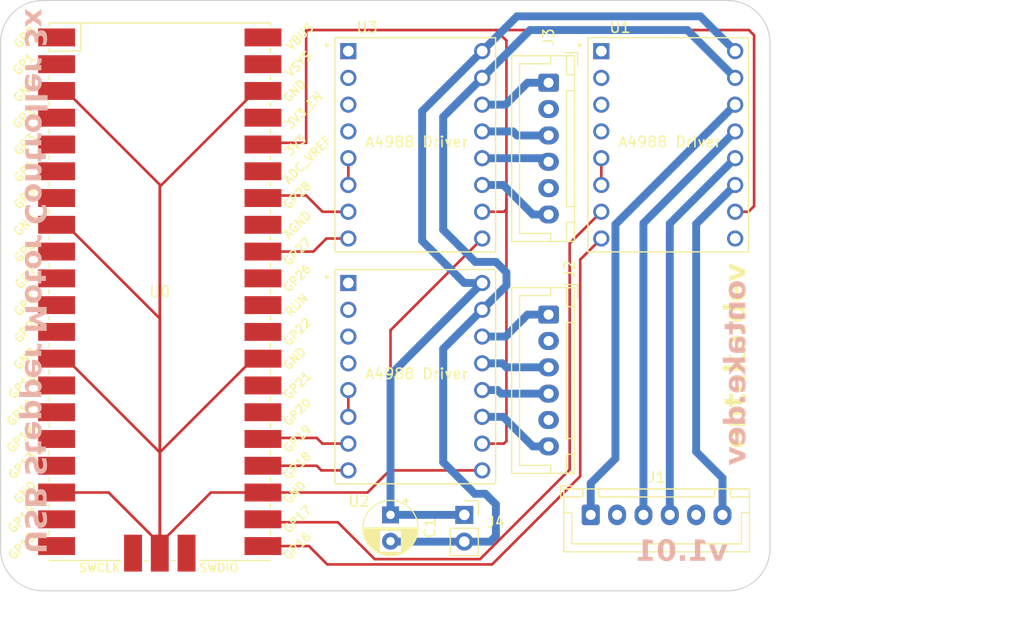
<source format=kicad_pcb>
(kicad_pcb (version 20221018) (generator pcbnew)

  (general
    (thickness 1.6)
  )

  (paper "A4")
  (layers
    (0 "F.Cu" signal)
    (31 "B.Cu" signal)
    (32 "B.Adhes" user "B.Adhesive")
    (33 "F.Adhes" user "F.Adhesive")
    (34 "B.Paste" user)
    (35 "F.Paste" user)
    (36 "B.SilkS" user "B.Silkscreen")
    (37 "F.SilkS" user "F.Silkscreen")
    (38 "B.Mask" user)
    (39 "F.Mask" user)
    (40 "Dwgs.User" user "User.Drawings")
    (41 "Cmts.User" user "User.Comments")
    (42 "Eco1.User" user "User.Eco1")
    (43 "Eco2.User" user "User.Eco2")
    (44 "Edge.Cuts" user)
    (45 "Margin" user)
    (46 "B.CrtYd" user "B.Courtyard")
    (47 "F.CrtYd" user "F.Courtyard")
    (48 "B.Fab" user)
    (49 "F.Fab" user)
    (50 "User.1" user)
    (51 "User.2" user)
    (52 "User.3" user)
    (53 "User.4" user)
    (54 "User.5" user)
    (55 "User.6" user)
    (56 "User.7" user)
    (57 "User.8" user)
    (58 "User.9" user)
  )

  (setup
    (stackup
      (layer "F.SilkS" (type "Top Silk Screen"))
      (layer "F.Paste" (type "Top Solder Paste"))
      (layer "F.Mask" (type "Top Solder Mask") (thickness 0.01))
      (layer "F.Cu" (type "copper") (thickness 0.035))
      (layer "dielectric 1" (type "core") (thickness 1.51) (material "FR4") (epsilon_r 4.5) (loss_tangent 0.02))
      (layer "B.Cu" (type "copper") (thickness 0.035))
      (layer "B.Mask" (type "Bottom Solder Mask") (thickness 0.01))
      (layer "B.Paste" (type "Bottom Solder Paste"))
      (layer "B.SilkS" (type "Bottom Silk Screen"))
      (copper_finish "None")
      (dielectric_constraints no)
    )
    (pad_to_mask_clearance 0)
    (pcbplotparams
      (layerselection 0x00010fc_ffffffff)
      (plot_on_all_layers_selection 0x0000000_00000000)
      (disableapertmacros false)
      (usegerberextensions false)
      (usegerberattributes true)
      (usegerberadvancedattributes true)
      (creategerberjobfile true)
      (dashed_line_dash_ratio 12.000000)
      (dashed_line_gap_ratio 3.000000)
      (svgprecision 4)
      (plotframeref false)
      (viasonmask false)
      (mode 1)
      (useauxorigin false)
      (hpglpennumber 1)
      (hpglpenspeed 20)
      (hpglpendiameter 15.000000)
      (dxfpolygonmode true)
      (dxfimperialunits true)
      (dxfusepcbnewfont true)
      (psnegative false)
      (psa4output false)
      (plotreference true)
      (plotvalue true)
      (plotinvisibletext false)
      (sketchpadsonfab false)
      (subtractmaskfromsilk false)
      (outputformat 1)
      (mirror false)
      (drillshape 1)
      (scaleselection 1)
      (outputdirectory "")
    )
  )

  (net 0 "")
  (net 1 "/VMOT")
  (net 2 "/MOTGND")
  (net 3 "Net-(J1-Pin_1)")
  (net 4 "unconnected-(J1-Pin_2-Pad2)")
  (net 5 "Net-(J1-Pin_3)")
  (net 6 "Net-(J1-Pin_4)")
  (net 7 "unconnected-(J1-Pin_5-Pad5)")
  (net 8 "Net-(J1-Pin_6)")
  (net 9 "Net-(J2-Pin_1)")
  (net 10 "unconnected-(J2-Pin_2-Pad2)")
  (net 11 "Net-(J2-Pin_3)")
  (net 12 "Net-(J2-Pin_4)")
  (net 13 "unconnected-(J2-Pin_5-Pad5)")
  (net 14 "Net-(J2-Pin_6)")
  (net 15 "unconnected-(U1-~{ENABLE}-Pad1)")
  (net 16 "unconnected-(U1-MS1-Pad2)")
  (net 17 "unconnected-(U1-MS2-Pad3)")
  (net 18 "unconnected-(U1-MS3-Pad4)")
  (net 19 "Net-(U1-~{RESET})")
  (net 20 "/GND")
  (net 21 "/5V")
  (net 22 "unconnected-(U2-~{ENABLE}-Pad1)")
  (net 23 "unconnected-(U2-MS1-Pad2)")
  (net 24 "unconnected-(U2-MS2-Pad3)")
  (net 25 "unconnected-(U2-MS3-Pad4)")
  (net 26 "Net-(U2-~{RESET})")
  (net 27 "/step")
  (net 28 "/dir")
  (net 29 "/dir2")
  (net 30 "/step2")
  (net 31 "Net-(J3-Pin_1)")
  (net 32 "unconnected-(J3-Pin_2-Pad2)")
  (net 33 "Net-(J3-Pin_3)")
  (net 34 "Net-(J3-Pin_4)")
  (net 35 "unconnected-(J3-Pin_5-Pad5)")
  (net 36 "Net-(J3-Pin_6)")
  (net 37 "unconnected-(U0-GPIO0-Pad1)")
  (net 38 "unconnected-(U0-GPIO1-Pad2)")
  (net 39 "unconnected-(U0-GPIO2-Pad4)")
  (net 40 "unconnected-(U0-GPIO3-Pad5)")
  (net 41 "unconnected-(U0-GPIO4-Pad6)")
  (net 42 "unconnected-(U0-GPIO5-Pad7)")
  (net 43 "unconnected-(U0-GPIO6-Pad9)")
  (net 44 "unconnected-(U0-GPIO7-Pad10)")
  (net 45 "unconnected-(U0-GPIO8-Pad11)")
  (net 46 "unconnected-(U0-GPIO9-Pad12)")
  (net 47 "unconnected-(U0-GPIO10-Pad14)")
  (net 48 "unconnected-(U0-GPIO11-Pad15)")
  (net 49 "unconnected-(U0-GPIO12-Pad16)")
  (net 50 "unconnected-(U0-GPIO13-Pad17)")
  (net 51 "unconnected-(U0-GPIO14-Pad19)")
  (net 52 "unconnected-(U0-GPIO15-Pad20)")
  (net 53 "unconnected-(U0-GPIO20-Pad26)")
  (net 54 "unconnected-(U0-RUN-Pad30)")
  (net 55 "unconnected-(U0-GPIO26_ADC0-Pad31)")
  (net 56 "unconnected-(U0-AGND-Pad33)")
  (net 57 "unconnected-(U0-ADC_VREF-Pad35)")
  (net 58 "unconnected-(U0-3V3_EN-Pad37)")
  (net 59 "unconnected-(U0-VSYS-Pad39)")
  (net 60 "unconnected-(U0-VBUS-Pad40)")
  (net 61 "unconnected-(U0-SWCLK-Pad41)")
  (net 62 "unconnected-(U0-SWDIO-Pad43)")
  (net 63 "unconnected-(U3-~{ENABLE}-Pad1)")
  (net 64 "unconnected-(U3-MS1-Pad2)")
  (net 65 "unconnected-(U3-MS2-Pad3)")
  (net 66 "unconnected-(U3-MS3-Pad4)")
  (net 67 "Net-(U3-~{RESET})")
  (net 68 "Net-(U0-GPIO16)")
  (net 69 "Net-(U0-GPIO17)")
  (net 70 "unconnected-(U0-GPIO21-Pad27)")
  (net 71 "unconnected-(U0-GPIO22-Pad29)")

  (footprint "Custom:MODULE_A4988_STEPPER_MOTOR_DRIVER_CARRIER" (layer "F.Cu") (at 107.35 65.19))

  (footprint "Connector_JST:JST_XH_B6B-XH-A_1x06_P2.50mm_Vertical" (layer "F.Cu") (at 124 100.3))

  (footprint "Connector_JST:JST_XH_B6B-XH-A_1x06_P2.50mm_Vertical" (layer "F.Cu") (at 120 59.3 -90))

  (footprint "Connector_PinSocket_2.54mm:PinSocket_1x02_P2.54mm_Vertical" (layer "F.Cu") (at 112 100.3))

  (footprint "Custom:MODULE_A4988_STEPPER_MOTOR_DRIVER_CARRIER" (layer "F.Cu") (at 107.35 87.19))

  (footprint "Connector_JST:JST_XH_B6B-XH-A_1x06_P2.50mm_Vertical" (layer "F.Cu") (at 120 81.3 -90))

  (footprint "MCU_RaspberryPi_and_Boards:RPi_Pico_SMD_TH" (layer "F.Cu") (at 83.11 79.13))

  (footprint "Capacitor_THT:CP_Radial_D5.0mm_P2.50mm" (layer "F.Cu") (at 105 100.3 -90))

  (footprint "Custom:MODULE_A4988_STEPPER_MOTOR_DRIVER_CARRIER" (layer "F.Cu") (at 131.35 65.19))

  (gr_arc (start 68 55.5) (mid 69.171573 52.671573) (end 72 51.5)
    (stroke (width 0.1) (type default)) (layer "Edge.Cuts") (tstamp 12ad9896-597b-4cba-b66b-3b324955b380))
  (gr_line (start 68 103.5) (end 68 55.5)
    (stroke (width 0.1) (type default)) (layer "Edge.Cuts") (tstamp 181b7b6d-b7e9-4bcf-afe8-9fceb52af433))
  (gr_arc (start 141 103.5) (mid 139.828427 106.328427) (end 137 107.5)
    (stroke (width 0.1) (type default)) (layer "Edge.Cuts") (tstamp 1aeff702-66e0-42af-a2b5-abe944e26971))
  (gr_arc (start 72 107.5) (mid 69.171573 106.328427) (end 68 103.5)
    (stroke (width 0.1) (type default)) (layer "Edge.Cuts") (tstamp 1c47d278-8aaf-4425-b86e-2c08719d16ff))
  (gr_arc (start 137 51.5) (mid 139.828427 52.671573) (end 141 55.5)
    (stroke (width 0.1) (type default)) (layer "Edge.Cuts") (tstamp 5629f91f-dc7c-45bf-80fe-7e3917c210f7))
  (gr_line (start 137 107.5) (end 72 107.5)
    (stroke (width 0.1) (type default)) (layer "Edge.Cuts") (tstamp 6ee98608-1333-42de-bea7-a2b0da394fe7))
  (gr_line (start 72 51.5) (end 137 51.5)
    (stroke (width 0.1) (type default)) (layer "Edge.Cuts") (tstamp d5e7271b-623a-4f8c-a075-16b07a5f7d22))
  (gr_line (start 141 55.5) (end 141 103.5)
    (stroke (width 0.1) (type default)) (layer "Edge.Cuts") (tstamp fec626a9-22ad-434c-b123-d227df318f3d))
  (gr_text "ontake.dev" (at 139 78 90) (layer "B.SilkS") (tstamp 12b93f4a-6dff-4390-8e53-6dc28162f282)
    (effects (font (face "Begika") (size 2 2) (thickness 0.3) bold) (justify left bottom mirror))
    (render_cache "ontake.dev" 90
      (polygon
        (pts
          (xy 137.96194 78.098655)          (xy 138.003551 78.101513)          (xy 138.044259 78.106241)          (xy 138.084032 78.112814)
          (xy 138.122838 78.121203)          (xy 138.160647 78.131381)          (xy 138.197427 78.143321)          (xy 138.233147 78.156994)
          (xy 138.267776 78.172374)          (xy 138.301282 78.189434)          (xy 138.333635 78.208145)          (xy 138.364802 78.22848)
          (xy 138.394754 78.250412)          (xy 138.423459 78.273913)          (xy 138.450884 78.298957)          (xy 138.477001 78.325514)
          (xy 138.501776 78.353559)          (xy 138.525179 78.383063)          (xy 138.547178 78.413999)          (xy 138.567743 78.446339)
          (xy 138.586843 78.480057)          (xy 138.604445 78.515124)          (xy 138.620519 78.551513)          (xy 138.635033 78.589197)
          (xy 138.647957 78.628149)          (xy 138.659259 78.66834)          (xy 138.668908 78.709743)          (xy 138.676872 78.752331)
          (xy 138.683121 78.796077)          (xy 138.687623 78.840953)          (xy 138.690348 78.886931)          (xy 138.691263 78.933984)
          (xy 138.690354 78.980298)          (xy 138.687648 79.025614)          (xy 138.683173 79.069901)          (xy 138.676956 79.113127)
          (xy 138.669027 79.155262)          (xy 138.659414 79.196274)          (xy 138.648144 79.236134)          (xy 138.635247 79.27481)
          (xy 138.620751 79.31227)          (xy 138.604683 79.348485)          (xy 138.587074 79.383423)          (xy 138.56795 79.417053)
          (xy 138.54734 79.449344)          (xy 138.525272 79.480265)          (xy 138.501776 79.509786)          (xy 138.476878 79.537875)
          (xy 138.450609 79.564501)          (xy 138.422995 79.589634)          (xy 138.394065 79.613242)          (xy 138.363848 79.635295)
          (xy 138.332372 79.655762)          (xy 138.299666 79.674611)          (xy 138.265757 79.691812)          (xy 138.230674 79.707333)
          (xy 138.194446 79.721145)          (xy 138.1571 79.733215)          (xy 138.118665 79.743513)          (xy 138.07917 79.752009)
          (xy 138.038643 79.75867)          (xy 137.997111 79.763466)          (xy 137.954605 79.766367)          (xy 137.911151 79.767341)
          (xy 137.867884 79.766374)          (xy 137.825573 79.763495)          (xy 137.784243 79.758735)          (xy 137.743924 79.752125)
          (xy 137.704641 79.743696)          (xy 137.666424 79.733479)          (xy 137.629298 79.721506)          (xy 137.593292 79.707807)
          (xy 137.558433 79.692413)          (xy 137.524748 79.675356)          (xy 137.492266 79.656667)          (xy 137.461012 79.636377)
          (xy 137.431016 79.614517)          (xy 137.402304 79.591118)          (xy 137.374904 79.566212)          (xy 137.348843 79.539829)
          (xy 137.324149 79.512)          (xy 137.300849 79.482757)          (xy 137.27897 79.452131)          (xy 137.258541 79.420153)
          (xy 137.239588 79.386854)          (xy 137.222139 79.352266)          (xy 137.206222 79.316418)          (xy 137.191863 79.279344)
          (xy 137.179091 79.241072)          (xy 137.167933 79.201636)          (xy 137.158416 79.161065)          (xy 137.150568 79.119391)
          (xy 137.144416 79.076646)          (xy 137.139988 79.032859)          (xy 137.137311 78.988063)          (xy 137.136413 78.942288)
          (xy 137.136471 78.939357)          (xy 137.226294 78.939357)          (xy 137.229282 78.96836)          (xy 137.238153 78.996139)
          (xy 137.252769 79.022606)          (xy 137.27299 79.047672)          (xy 137.298678 79.071246)          (xy 137.329695 79.093239)
          (xy 137.347157 79.103615)          (xy 137.3659 79.113562)          (xy 137.385905 79.12307)          (xy 137.407156 79.132126)
          (xy 137.429634 79.14072)          (xy 137.453323 79.148841)          (xy 137.478205 79.156477)          (xy 137.504263 79.163617)
          (xy 137.53148 79.170251)          (xy 137.559837 79.176366)          (xy 137.589319 79.181952)          (xy 137.619907 79.186997)
          (xy 137.651583 79.19149)          (xy 137.684332 79.195421)          (xy 137.718135 79.198778)          (xy 137.752975 79.201549)
          (xy 137.788835 79.203724)          (xy 137.825697 79.205292)          (xy 137.863544 79.20624)          (xy 137.902358 79.206559)
          (xy 137.941788 79.206232)          (xy 137.980286 79.205257)          (xy 138.017831 79.203645)          (xy 138.054404 79.201407)
          (xy 138.089983 79.198554)          (xy 138.124546 79.195096)          (xy 138.158072 79.191044)          (xy 138.190542 79.186409)
          (xy 138.221933 79.181202)          (xy 138.252225 79.175433)          (xy 138.281396 79.169112)          (xy 138.309426 79.162252)
          (xy 138.336294 79.154862)          (xy 138.361978 79.146953)          (xy 138.386457 79.138537)          (xy 138.409712 79.129623)
          (xy 138.431719 79.120222)          (xy 138.45246 79.110346)          (xy 138.471911 79.100004)          (xy 138.490053 79.089208)
          (xy 138.506865 79.077969)          (xy 138.536412 79.054201)          (xy 138.560385 79.028788)          (xy 138.578615 79.001816)
          (xy 138.590934 78.973369)          (xy 138.597174 78.943534)          (xy 138.597962 78.928122)          (xy 138.595015 78.898174)
          (xy 138.586271 78.869567)          (xy 138.571873 78.842382)          (xy 138.551968 78.816702)          (xy 138.526698 78.792607)
          (xy 138.49621 78.770179)          (xy 138.479054 78.759616)          (xy 138.460647 78.7495)          (xy 138.441007 78.739842)
          (xy 138.420153 78.730652)          (xy 138.398103 78.72194)          (xy 138.374874 78.713716)          (xy 138.350485 78.70599)
          (xy 138.324954 78.698773)          (xy 138.298298 78.692074)          (xy 138.270537 78.685905)          (xy 138.241687 78.680274)
          (xy 138.211768 78.675194)          (xy 138.180797 78.670672)          (xy 138.148792 78.666721)          (xy 138.115771 78.663349)
          (xy 138.081753 78.660568)          (xy 138.046755 78.658387)          (xy 138.010795 78.656816)          (xy 137.973892 78.655866)
          (xy 137.936064 78.655547)          (xy 137.897324 78.655876)          (xy 137.859346 78.656856)          (xy 137.822158 78.658478)
          (xy 137.785793 78.66073)          (xy 137.750281 78.663603)          (xy 137.715653 78.667088)          (xy 137.681939 78.671173)
          (xy 137.64917 78.67585)          (xy 137.617377 78.681108)          (xy 137.586591 78.686936)          (xy 137.556843 78.693326)
          (xy 137.528163 78.700267)          (xy 137.500582 78.707748)          (xy 137.474131 78.715761)          (xy 137.44884 78.724294)
          (xy 137.424741 78.733339)          (xy 137.401864 78.742884)          (xy 137.38024 78.75292)          (xy 137.3599 78.763437)
          (xy 137.340874 78.774425)          (xy 137.323194 78.785874)          (xy 137.306889 78.797773)          (xy 137.278531 78.822884)
          (xy 137.256047 78.849678)          (xy 137.239682 78.878075)          (xy 137.229682 78.907995)          (xy 137.226294 78.939357)
          (xy 137.136471 78.939357)          (xy 137.137336 78.895684)          (xy 137.140087 78.850049)          (xy 137.144633 78.805417)
          (xy 137.150945 78.761822)          (xy 137.158991 78.719296)          (xy 137.168741 78.677873)          (xy 137.180164 78.637587)
          (xy 137.19323 78.598471)          (xy 137.207906 78.560558)          (xy 137.224164 78.523883)          (xy 137.241971 78.488478)
          (xy 137.261297 78.454377)          (xy 137.282112 78.421613)          (xy 137.304384 78.390221)          (xy 137.328083 78.360232)
          (xy 137.353178 78.331681)          (xy 137.379639 78.304602)          (xy 137.407433 78.279027)          (xy 137.436532 78.25499)
          (xy 137.466904 78.232524)          (xy 137.498518 78.211664)          (xy 137.531343 78.192442)          (xy 137.565349 78.174892)
          (xy 137.600505 78.159047)          (xy 137.63678 78.144941)          (xy 137.674143 78.132608)          (xy 137.712564 78.12208)
          (xy 137.752011 78.113391)          (xy 137.792455 78.106575)          (xy 137.833864 78.101665)          (xy 137.876208 78.098694)
          (xy 137.919455 78.097697)
        )
      )
      (polygon
        (pts
          (xy 138.50173 81.11605)          (xy 138.524514 81.114395)          (xy 138.545793 81.109501)          (xy 138.565297 81.10147)
          (xy 138.582758 81.090404)          (xy 138.597906 81.076408)          (xy 138.610472 81.059584)          (xy 138.620187 81.040035)
          (xy 138.626782 81.017864)          (xy 138.66 80.938729)          (xy 138.66 81.854152)          (xy 138.626782 81.775017)
          (xy 138.620187 81.752846)          (xy 138.610472 81.733297)          (xy 138.597906 81.716473)          (xy 138.582758 81.702477)
          (xy 138.565297 81.691411)          (xy 138.545793 81.68338)          (xy 138.524514 81.678486)          (xy 138.50173 81.676831)
          (xy 137.617083 81.676831)          (xy 137.590776 81.676339)          (xy 137.564994 81.674863)          (xy 137.539757 81.672404)
          (xy 137.515084 81.668962)          (xy 137.490997 81.664539)          (xy 137.467516 81.659134)          (xy 137.44466 81.652749)
          (xy 137.422452 81.645385)          (xy 137.40091 81.637042)          (xy 137.380055 81.62772)          (xy 137.359908 81.617422)
          (xy 137.340489 81.606146)          (xy 137.321819 81.593894)          (xy 137.303917 81.580667)          (xy 137.286805 81.566466)
          (xy 137.270502 81.55129)          (xy 137.255029 81.535142)          (xy 137.240407 81.518021)          (xy 137.226656 81.499928)
          (xy 137.213796 81.480865)          (xy 137.201847 81.460831)          (xy 137.190831 81.439827)          (xy 137.180766 81.417855)
          (xy 137.171675 81.394914)          (xy 137.163577 81.371006)          (xy 137.156493 81.346131)          (xy 137.150442 81.320291)
          (xy 137.145446 81.293485)          (xy 137.141524 81.265714)          (xy 137.138698 81.23698)          (xy 137.136987 81.207282)
          (xy 137.136413 81.176622)          (xy 137.136834 81.150148)          (xy 137.138082 81.124043)          (xy 137.140134 81.098325)
          (xy 137.142966 81.073011)          (xy 137.146556 81.048119)          (xy 137.15088 81.023666)          (xy 137.155915 80.999668)
          (xy 137.161638 80.976144)          (xy 137.168026 80.953111)          (xy 137.175056 80.930587)          (xy 137.182703 80.908587)
          (xy 137.190947 80.887131)          (xy 137.199762 80.866235)          (xy 137.209126 80.845917)          (xy 137.219016 80.826194)
          (xy 137.229408 80.807083)          (xy 137.24028 80.788601)          (xy 137.251608 80.770767)          (xy 137.263369 80.753597)
          (xy 137.27554 80.737109)          (xy 137.288098 80.72132)          (xy 137.30102 80.706247)          (xy 137.327861 80.678321)
          (xy 137.355878 80.653468)          (xy 137.384887 80.631829)          (xy 137.414701 80.613541)          (xy 137.445136 80.598743)
          (xy 137.164256 80.598743)          (xy 137.164256 80.551849)          (xy 137.171518 80.532022)          (xy 137.17847 80.512626)
          (xy 137.185121 80.493609)          (xy 137.19148 80.47492)          (xy 137.203354 80.438325)          (xy 137.214158 80.402433)
          (xy 137.223961 80.36684)          (xy 137.232829 80.331137)          (xy 137.24083 80.29492)          (xy 137.248032 80.25778)
          (xy 137.2545 80.219313)          (xy 137.25748 80.199454)          (xy 137.260303 80.179111)          (xy 137.262976 80.158233)
          (xy 137.265508 80.136769)          (xy 137.267907 80.114667)          (xy 137.270181 80.091878)          (xy 137.27234 80.068351)
          (xy 137.274391 80.044034)          (xy 137.276344 80.018878)          (xy 137.278205 79.99283)          (xy 137.279984 79.965841)
          (xy 137.28169 79.937859)          (xy 137.283329 79.908835)          (xy 137.284912 79.878715)          (xy 137.315198 79.939288)
          (xy 137.321855 79.961886)          (xy 137.331448 79.981954)          (xy 137.343801 79.999343)          (xy 137.358735 80.013904)
          (xy 137.376073 80.025488)          (xy 137.395638 80.033947)          (xy 137.417253 80.039132)          (xy 137.440739 80.040893)
          (xy 138.50173 80.040893)          (xy 138.524374 80.039132)          (xy 138.545587 80.033955)          (xy 138.565083 80.025514)
          (xy 138.582575 80.013965)          (xy 138.597777 79.999462)          (xy 138.610403 79.98216)          (xy 138.620167 79.962213)
          (xy 138.626782 79.939776)          (xy 138.66 79.860642)          (xy 138.66 80.772644)          (xy 138.626782 80.69986)
          (xy 138.620167 80.677283)          (xy 138.610403 80.65727)          (xy 138.597777 80.639959)          (xy 138.582575 80.625488)
          (xy 138.565083 80.613993)          (xy 138.545587 80.605613)          (xy 138.524374 80.600484)          (xy 138.50173 80.598743)
          (xy 137.832505 80.598743)          (xy 137.806284 80.598877)          (xy 137.780662 80.599816)          (xy 137.755654 80.601538)
          (xy 137.731277 80.604024)          (xy 137.707544 80.607254)          (xy 137.684472 80.611208)          (xy 137.662075 80.615865)
          (xy 137.64037 80.621206)          (xy 137.61937 80.62721)          (xy 137.599092 80.633857)          (xy 137.579551 80.641128)
          (xy 137.560763 80.649001)          (xy 137.542741 80.657457)          (xy 137.509062 80.676037)          (xy 137.478636 80.696707)
          (xy 137.451585 80.719306)          (xy 137.428033 80.743673)          (xy 137.408101 80.769646)          (xy 137.391912 80.797065)
          (xy 137.379587 80.825769)          (xy 137.371251 80.855597)          (xy 137.367023 80.886387)          (xy 137.366489 80.902093)
          (xy 137.367993 80.927519)          (xy 137.37247 80.951398)          (xy 137.379875 80.973717)          (xy 137.390158 80.994463)
          (xy 137.403272 81.013623)          (xy 137.419169 81.031185)          (xy 137.4378 81.047135)          (xy 137.459118 81.061461)
          (xy 137.483076 81.07415)          (xy 137.509624 81.085189)          (xy 137.538716 81.094565)          (xy 137.570302 81.102265)
          (xy 137.604336 81.108277)          (xy 137.640769 81.112586)          (xy 137.679554 81.115182)          (xy 137.699813 81.115832)
          (xy 137.720642 81.11605)
        )
      )
      (polygon
        (pts
          (xy 137.21457 81.878576)          (xy 137.223878 81.898854)          (xy 137.236186 81.917059)          (xy 137.25115 81.932998)
          (xy 137.268426 81.946475)          (xy 137.287671 81.957297)          (xy 137.308543 81.965267)          (xy 137.330696 81.970192)
          (xy 137.353789 81.971877)          (xy 138.207662 81.971877)          (xy 138.2323 81.972233)          (xy 138.256643 81.973304)
          (xy 138.280659 81.975098)          (xy 138.304316 81.977619)          (xy 138.327582 81.980874)          (xy 138.350425 81.984869)
          (xy 138.372813 81.98961)          (xy 138.394714 81.995103)          (xy 138.416096 82.001353)          (xy 138.436927 82.008367)
          (xy 138.457176 82.016151)          (xy 138.476811 82.02471)          (xy 138.495799 82.034052)          (xy 138.514108 82.044181)
          (xy 138.531707 82.055104)          (xy 138.548564 82.066826)          (xy 138.564646 82.079354)          (xy 138.579923 82.092694)
          (xy 138.594361 82.106852)          (xy 138.607929 82.121833)          (xy 138.620595 82.137644)          (xy 138.632328 82.154291)
          (xy 138.643094 82.171779)          (xy 138.652863 82.190115)          (xy 138.661602 82.209305)          (xy 138.66928 82.229354)
          (xy 138.675864 82.250269)          (xy 138.681322 82.272056)          (xy 138.685623 82.29472)          (xy 138.688735 82.318268)
          (xy 138.690625 82.342705)          (xy 138.691263 82.368039)          (xy 138.689835 82.405965)          (xy 138.685518 82.44323)
          (xy 138.678263 82.479641)          (xy 138.668021 82.515004)          (xy 138.654742 82.549128)          (xy 138.638377 82.581821)
          (xy 138.618877 82.612889)          (xy 138.596191 82.64214)          (xy 138.570271 82.669382)          (xy 138.541068 82.694422)
          (xy 138.525219 82.706057)          (xy 138.508531 82.717068)          (xy 138.490997 82.727433)          (xy 138.472612 82.737128)
          (xy 138.453368 82.746127)          (xy 138.433261 82.754408)          (xy 138.412283 82.761945)          (xy 138.390429 82.768716)
          (xy 138.367692 82.774696)          (xy 138.344066 82.77986)          (xy 138.319546 82.784186)          (xy 138.294124 82.787648)
          (xy 138.309914 82.774884)          (xy 138.330141 82.756662)          (xy 138.346567 82.739578)          (xy 138.359587 82.723666)
          (xy 138.372327 82.704332)          (xy 138.382142 82.683301)          (xy 138.387361 82.662871)          (xy 138.388401 82.647941)
          (xy 138.386809 82.62716)          (xy 138.378766 82.600896)          (xy 138.364542 82.57998)          (xy 138.344818 82.563805)
          (xy 138.320276 82.55176)          (xy 138.301573 82.545725)          (xy 138.281233 82.541076)          (xy 138.259458 82.537631)
          (xy 138.23645 82.535211)          (xy 138.212409 82.533635)          (xy 138.187539 82.532724)          (xy 138.16204 82.532296)
          (xy 138.136115 82.532171)          (xy 138.109965 82.53217)          (xy 137.254626 82.53217)          (xy 137.254626 82.691905)
          (xy 137.167187 82.691905)          (xy 137.167187 82.53217)          (xy 136.72755 82.53217)          (xy 136.72755 82.470132)
          (xy 136.749656 82.469619)          (xy 136.771534 82.468066)          (xy 136.793155 82.465452)          (xy 136.814492 82.461755)
          (xy 136.835517 82.456955)          (xy 136.856201 82.451031)          (xy 136.876517 82.443961)          (xy 136.896436 82.435724)
          (xy 136.915932 82.4263)          (xy 136.934975 82.415666)          (xy 136.953537 82.403803)          (xy 136.971592 82.390688)
          (xy 136.98911 82.376301)          (xy 137.006063 82.360621)          (xy 137.022425 82.343626)          (xy 137.038166 82.325296)
          (xy 137.053259 82.305609)          (xy 137.067675 82.284544)          (xy 137.081388 82.262081)          (xy 137.094368 82.238197)
          (xy 137.106587 82.212872)          (xy 137.118019 82.186085)          (xy 137.128634 82.157814)          (xy 137.138405 82.128039)
          (xy 137.147303 82.096739)          (xy 137.155302 82.063892)          (xy 137.162372 82.029477)          (xy 137.168486 81.993473)
          (xy 137.173615 81.955859)          (xy 137.177733 81.916614)          (xy 137.18081 81.875717)          (xy 137.182819 81.833147)
        )
      )
      (polygon
        (pts
          (xy 138.298142 82.901634)          (xy 138.320721 82.903589)          (xy 138.342793 82.906818)          (xy 138.364343 82.911297)
          (xy 138.385353 82.917001)          (xy 138.40581 82.923906)          (xy 138.425697 82.931988)          (xy 138.444997 82.941223)
          (xy 138.463696 82.951586)          (xy 138.481777 82.963054)          (xy 138.499225 82.975601)          (xy 138.516023 82.989204)
          (xy 138.532156 83.003839)          (xy 138.547609 83.019481)          (xy 138.562364 83.036106)          (xy 138.576407 83.053689)
          (xy 138.589722 83.072207)          (xy 138.602292 83.091636)          (xy 138.614102 83.11195)          (xy 138.625137 83.133126)
          (xy 138.635379 83.15514)          (xy 138.644814 83.177967)          (xy 138.653426 83.201583)          (xy 138.661198 83.225964)
          (xy 138.668115 83.251086)          (xy 138.674161 83.276924)          (xy 138.679321 83.303454)          (xy 138.683578 83.330652)
          (xy 138.686916 83.358494)          (xy 138.68932 83.386955)          (xy 138.690774 83.416011)          (xy 138.691263 83.445638)
          (xy 138.691012 83.466802)          (xy 138.690273 83.48734)          (xy 138.689063 83.507258)          (xy 138.685303 83.545245)
          (xy 138.679873 83.580798)          (xy 138.672918 83.613949)          (xy 138.664581 83.644734)          (xy 138.655004 83.673184)
          (xy 138.644331 83.699334)          (xy 138.632705 83.723218)          (xy 138.620269 83.744869)          (xy 138.607166 83.764321)
          (xy 138.593539 83.781607)          (xy 138.579532 83.796761)          (xy 138.55812 83.815568)          (xy 138.538859 83.828309)
          (xy 138.549836 83.829107)          (xy 138.569001 83.833391)          (xy 138.592509 83.843126)          (xy 138.613255 83.857016)
          (xy 138.630775 83.874581)          (xy 138.644606 83.895341)          (xy 138.654284 83.918814)          (xy 138.658538 83.93791)
          (xy 138.66 83.95806)          (xy 138.66 84.50321)          (xy 138.600893 84.50321)          (xy 138.600893 84.484647)
          (xy 138.599136 84.462855)          (xy 138.593985 84.443393)          (xy 138.583043 84.422612)          (xy 138.567421 84.406095)
          (xy 138.547465 84.394189)          (xy 138.528613 84.388217)          (xy 138.507387 84.385596)          (xy 138.50173 84.385484)
          (xy 137.776329 84.385484)          (xy 137.739939 84.384801)          (xy 137.70442 84.38275)          (xy 137.669792 84.379327)
          (xy 137.636072 84.37453)          (xy 137.60328 84.368355)          (xy 137.571434 84.3608)          (xy 137.540552 84.351861)
          (xy 137.510654 84.341536)          (xy 137.481757 84.329821)          (xy 137.453881 84.316714)          (xy 137.427043 84.30221)
          (xy 137.401263 84.286309)          (xy 137.37656 84.269005)          (xy 137.352951 84.250296)          (xy 137.330456 84.23018)
          (xy 137.309092 84.208653)          (xy 137.28888 84.185711)          (xy 137.269836 84.161353)          (xy 137.25198 84.135575)
          (xy 137.235331 84.108374)          (xy 137.219907 84.079746)          (xy 137.205726 84.04969)          (xy 137.192808 84.018201)
          (xy 137.18117 83.985277)          (xy 137.170832 83.950915)          (xy 137.161812 83.915112)          (xy 137.154129 83.877864)
          (xy 137.1478 83.839169)          (xy 137.146377 83.827634)          (xy 137.716734 83.827634)          (xy 138.241367 83.827634)
          (xy 138.261315 83.827365)          (xy 138.299439 83.825254)          (xy 138.335181 83.821123)          (xy 138.36852 83.815071)
          (xy 138.399431 83.807192)          (xy 138.427892 83.797584)          (xy 138.45388 83.786344)          (xy 138.477372 83.773568)
          (xy 138.498345 83.759353)          (xy 138.516777 83.743794)          (xy 138.532644 83.72699)          (xy 138.545924 83.709036)
          (xy 138.556593 83.690029)          (xy 138.564629 83.670066)          (xy 138.570009 83.649243)          (xy 138.57271 83.627657)
          (xy 138.573049 83.616608)          (xy 138.572002 83.596819)          (xy 138.566561 83.569519)          (xy 138.556586 83.545083)
          (xy 138.542199 83.523513)          (xy 138.523524 83.504811)          (xy 138.500684 83.488979)          (xy 138.483204 83.480021)
          (xy 138.463964 83.47234)          (xy 138.443001 83.465937)          (xy 138.420351 83.460814)          (xy 138.39605 83.456971)
          (xy 138.370136 83.454407)          (xy 138.342644 83.453126)          (xy 138.328318 83.452965)          (xy 138.298637 83.453757)
          (xy 138.270106 83.456078)          (xy 138.242678 83.459846)          (xy 138.216307 83.464977)          (xy 138.190944 83.47139)
          (xy 138.166544 83.479002)          (xy 138.14306 83.487731)          (xy 138.120444 83.497494)          (xy 138.098651 83.508208)
          (xy 138.077633 83.519792)          (xy 138.057344 83.532163)          (xy 138.037736 83.545238)          (xy 138.018764 83.558934)
          (xy 138.00038 83.57317)          (xy 137.982538 83.587863)          (xy 137.96519 83.60293)          (xy 137.94829 83.61829)
          (xy 137.931791 83.633858)          (xy 137.915647 83.649554)          (xy 137.89981 83.665294)          (xy 137.884234 83.680997)
          (xy 137.868872 83.696579)          (xy 137.853677 83.711958)          (xy 137.838603 83.727052)          (xy 137.823603 83.741778)
          (xy 137.808629 83.756053)          (xy 137.793636 83.769796)          (xy 137.778576 83.782924)          (xy 137.763402 83.795354)
          (xy 137.732528 83.817792)          (xy 137.716734 83.827634)          (xy 137.146377 83.827634)          (xy 137.142846 83.799023)
          (xy 137.139284 83.757424)          (xy 137.137134 83.714368)          (xy 137.136413 83.669853)          (xy 137.136881 83.633562)
          (xy 137.138276 83.597981)          (xy 137.140582 83.56314)          (xy 137.143784 83.529066)          (xy 137.147867 83.49579)
          (xy 137.152815 83.463339)          (xy 137.158614 83.431744)          (xy 137.165249 83.401033)          (xy 137.172703 83.371235)
          (xy 137.180962 83.342379)          (xy 137.190011 83.314494)          (xy 137.199834 83.287609)          (xy 137.210416 83.261753)
          (xy 137.221742 83.236955)          (xy 137.233797 83.213244)          (xy 137.246566 83.190648)          (xy 137.260033 83.169198)
          (xy 137.274183 83.148922)          (xy 137.289002 83.129848)          (xy 137.304473 83.112006)          (xy 137.320581 83.095425)
          (xy 137.337312 83.080134)          (xy 137.35465 83.066161)          (xy 137.37258 83.053537)          (xy 137.391087 83.042289)
          (xy 137.410155 83.032446)          (xy 137.42977 83.024039)          (xy 137.449915 83.017095)          (xy 137.470577 83.011644)
          (xy 137.491739 83.007714)          (xy 137.513387 83.005335)          (xy 137.535505 83.004535)          (xy 137.564588 83.006007)
          (xy 137.591925 83.010284)          (xy 137.617496 83.017161)          (xy 137.641285 83.026433)          (xy 137.663274 83.037895)
          (xy 137.683445 83.051341)          (xy 137.70178 83.066566)          (xy 137.71826 83.083365)          (xy 137.732869 83.101531)
          (xy 137.745588 83.120861)          (xy 137.756399 83.141148)          (xy 137.765285 83.162187)          (xy 137.772227 83.183772)
          (xy 137.777208 83.205699)          (xy 137.780209 83.227762)          (xy 137.781214 83.249755)          (xy 137.779647 83.277781)
          (xy 137.774912 83.305539)          (xy 137.766959 83.332633)          (xy 137.755737 83.358668)          (xy 137.741195 83.383248)
          (xy 137.723283 83.405977)          (xy 137.709444 83.419905)          (xy 137.694069 83.432717)          (xy 137.677143 83.444295)
          (xy 137.658652 83.454522)          (xy 137.638581 83.463281)          (xy 137.616913 83.470454)          (xy 137.593635 83.475924)
          (xy 137.572597 83.470046)          (xy 137.552077 83.464954)          (xy 137.532087 83.460638)          (xy 137.512635 83.457087)
          (xy 137.475387 83.452242)          (xy 137.440411 83.45034)          (xy 137.407785 83.451299)          (xy 137.377586 83.455041)
          (xy 137.349894 83.461485)          (xy 137.324785 83.470551)          (xy 137.302338 83.482158)          (xy 137.282631 83.496227)
          (xy 137.265742 83.512677)          (xy 137.251749 83.531428)          (xy 137.240729 83.552401)          (xy 137.232762 83.575514)
          (xy 137.227924 83.600688)          (xy 137.226294 83.627843)          (xy 137.228212 83.656736)          (xy 137.233762 83.682539)
          (xy 137.242635 83.705435)          (xy 137.254527 83.725609)          (xy 137.269129 83.743244)          (xy 137.286134 83.758524)
          (xy 137.305237 83.771632)          (xy 137.326128 83.782754)          (xy 137.348503 83.792073)          (xy 137.372053 83.799772)
          (xy 137.396471 83.806036)          (xy 137.421452 83.811048)          (xy 137.446687 83.814993)          (xy 137.47187 83.818054)
          (xy 137.496693 83.820415)          (xy 137.520851 83.82226)          (xy 137.551535 83.813687)          (xy 137.579961 83.800805)
          (xy 137.606308 83.783916)          (xy 137.630756 83.76332)          (xy 137.653486 83.739317)          (xy 137.674677 83.712207)
          (xy 137.694509 83.682292)          (xy 137.713162 83.649871)          (xy 137.730816 83.615244)          (xy 137.747651 83.578713)
          (xy 137.763847 83.540577)          (xy 137.779584 83.501136)          (xy 137.795042 83.460692)          (xy 137.810401 83.419544)
          (xy 137.825841 83.377993)          (xy 137.841542 83.336339)          (xy 137.857683 83.294883)          (xy 137.874445 83.253924)
          (xy 137.892008 83.213764)          (xy 137.910552 83.174702)          (xy 137.930256 83.137039)          (xy 137.951301 83.101076)
          (xy 137.973866 83.067111)          (xy 137.998132 83.035447)          (xy 138.024278 83.006384)          (xy 138.052485 82.980221)
          (xy 138.082932 82.957259)          (xy 138.1158 82.937798)          (xy 138.151268 82.922139)          (xy 138.189516 82.910582)
          (xy 138.230724 82.903428)          (xy 138.275073 82.900976)
        )
      )
      (polygon
        (pts
          (xy 138.626782 85.401046)          (xy 138.620167 85.378609)          (xy 138.610403 85.358662)          (xy 138.597777 85.34136)
          (xy 138.582575 85.326857)          (xy 138.565083 85.315308)          (xy 138.545587 85.306868)          (xy 138.524374 85.30169)
          (xy 138.50173 85.29993)          (xy 138.107034 85.29993)          (xy 137.9727 85.415701)          (xy 137.960012 85.432657)
          (xy 137.948838 85.448931)          (xy 137.936193 85.469635)          (xy 137.925997 85.489285)          (xy 137.918115 85.507973)
          (xy 137.911304 85.530121)          (xy 137.907625 85.551088)          (xy 137.906755 85.567131)          (xy 137.908477 85.586794)
          (xy 137.917248 85.613483)          (xy 137.932919 85.636901)          (xy 137.946909 85.650749)          (xy 137.96353 85.663225)
          (xy 137.982606 85.674359)          (xy 138.003963 85.684185)          (xy 138.027427 85.692734)          (xy 138.052823 85.700039)
          (xy 138.079977 85.706131)          (xy 138.108713 85.711044)          (xy 138.138857 85.714809)          (xy 138.170235 85.717458)
          (xy 138.202672 85.719024)          (xy 138.235994 85.719539)          (xy 138.262095 85.719889)          (xy 138.287365 85.720933)
          (xy 138.311806 85.722661)          (xy 138.335417 85.725062)          (xy 138.358198 85.728126)          (xy 138.38015 85.731843)
          (xy 138.401272 85.736202)          (xy 138.421565 85.741193)          (xy 138.441029 85.746805)          (xy 138.459663 85.75303)
          (xy 138.494444 85.767272)          (xy 138.525909 85.783837)          (xy 138.554059 85.802643)          (xy 138.578895 85.823606)
          (xy 138.600417 85.846645)          (xy 138.618626 85.871678)          (xy 138.633522 85.898622)          (xy 138.645107 85.927395)
          (xy 138.653381 85.957915)          (xy 138.658345 85.990099)          (xy 138.66 86.023866)          (xy 138.66 86.516259)
          (xy 138.626782 86.437124)          (xy 138.618009 86.410045)          (xy 138.603527 86.385198)          (xy 138.590718 86.369919)
          (xy 138.5754 86.355703)          (xy 138.557583 86.342577)          (xy 138.537276 86.330568)          (xy 138.514492 86.319705)
          (xy 138.48924 86.310015)          (xy 138.461532 86.301527)          (xy 138.431378 86.294268)          (xy 138.398789 86.288266)
          (xy 138.363776 86.283549)          (xy 138.326349 86.280146)          (xy 138.306734 86.278945)          (xy 138.28652 86.278083)
          (xy 138.265707 86.277564)          (xy 138.244298 86.27739)          (xy 138.217287 86.277104)          (xy 138.190414 86.27624)
          (xy 138.163727 86.274784)          (xy 138.137273 86.272724)          (xy 138.111099 86.270048)          (xy 138.085253 86.266744)
          (xy 138.059781 86.262799)          (xy 138.03473 86.258201)          (xy 138.010148 86.252938)          (xy 137.986082 86.246996)
          (xy 137.962579 86.240365)          (xy 137.939686 86.233031)          (xy 137.917451 86.224982)          (xy 137.895919 86.216206)
          (xy 137.875139 86.20669)          (xy 137.855158 86.196423)          (xy 137.836023 86.185391)          (xy 137.81778 86.173583)
          (xy 137.800478 86.160986)          (xy 137.784163 86.147588)          (xy 137.768882 86.133376)          (xy 137.754682 86.118338)
          (xy 137.741612 86.102462)          (xy 137.729717 86.085735)          (xy 137.719044 86.068146)          (xy 137.709642 86.049681)
          (xy 137.701557 86.030328)          (xy 137.694837 86.010075)          (xy 137.689527 85.98891)          (xy 137.685677 85.966821)
          (xy 137.683332 85.943794)          (xy 137.68254 85.919818)          (xy 137.683189 85.897368)          (xy 137.68517 85.874169)
          (xy 137.688532 85.85023)          (xy 137.693324 85.825556)          (xy 137.699597 85.800155)          (xy 137.707398 85.774034)
          (xy 137.716778 85.7472)          (xy 137.727786 85.719661)          (xy 137.740471 85.691424)          (xy 137.754882 85.662495)
          (xy 137.77107 85.632882)          (xy 137.789083 85.602592)          (xy 137.808971 85.571633)          (xy 137.830783 85.540011)
          (xy 137.842426 85.523954)          (xy 137.854568 85.507733)          (xy 137.867216 85.491351)          (xy 137.880376 85.474808)
          (xy 137.658115 85.688276)          (xy 137.635503 85.708223)          (xy 137.612614 85.729337)          (xy 137.589547 85.751502)
          (xy 137.566402 85.7746)          (xy 137.543281 85.798518)          (xy 137.520282 85.823138)          (xy 137.497507 85.848345)
          (xy 137.475055 85.874023)          (xy 137.453027 85.900055)          (xy 137.431523 85.926327)          (xy 137.410642 85.952721)
          (xy 137.390486 85.979123)          (xy 137.371154 86.005416)          (xy 137.352747 86.031485)          (xy 137.335364 86.057213)
          (xy 137.319106 86.082484)          (xy 137.164256 86.343824)          (xy 137.164256 85.721004)          (xy 137.196905 85.723439)
          (xy 137.229575 85.724181)          (xy 137.262175 85.723278)          (xy 137.294613 85.720775)          (xy 137.326796 85.716722)
          (xy 137.358633 85.711164)          (xy 137.390029 85.704149)          (xy 137.420894 85.695725)          (xy 137.451136 85.685939)
          (xy 137.480661 85.674837)          (xy 137.509377 85.662467)          (xy 137.537192 85.648876)          (xy 137.564014 85.634112)
          (xy 137.589751 85.618222)          (xy 137.61431 85.601253)          (xy 137.637599 85.583251)          (xy 137.964396 85.29993)
          (xy 136.57905 85.29993)          (xy 136.57905 85.253524)          (xy 136.586304 85.233696)          (xy 136.593232 85.214296)
          (xy 136.599846 85.195276)          (xy 136.606155 85.176584)          (xy 136.6179 85.13999)          (xy 136.628548 85.104116)
          (xy 136.63818 85.068565)          (xy 136.646876 85.032941)          (xy 136.654719 84.996846)          (xy 136.661788 84.959883)
          (xy 136.668164 84.921654)          (xy 136.671118 84.901942)          (xy 136.673928 84.881764)          (xy 136.676606 84.861071)
          (xy 136.679162 84.839814)          (xy 136.681605 84.817943)          (xy 136.683945 84.795408)          (xy 136.686193 84.77216)
          (xy 136.688359 84.748148)          (xy 136.690453 84.723324)          (xy 136.692485 84.697637)          (xy 136.694465 84.671039)
          (xy 136.696403 84.643479)          (xy 136.69831 84.614907)          (xy 136.700195 84.585275)          (xy 136.729993 84.640474)
          (xy 136.736768 84.663233)          (xy 136.746647 84.683423)          (xy 136.759342 84.700898)          (xy 136.774567 84.715518)
          (xy 136.792036 84.727137)          (xy 136.811463 84.735614)          (xy 136.832561 84.740805)          (xy 136.855045 84.742568)
          (xy 138.50173 84.742568)          (xy 138.524374 84.740806)          (xy 138.545587 84.735622)          (xy 138.565083 84.727163)
          (xy 138.582575 84.715579)          (xy 138.597777 84.701018)          (xy 138.610403 84.683629)          (xy 138.620167 84.663561)
          (xy 138.626782 84.640963)          (xy 138.66 84.568178)          (xy 138.66 85.480181)
        )
      )
      (polygon
        (pts
          (xy 137.95661 86.506518)          (xy 137.998721 86.509506)          (xy 138.039896 86.514431)          (xy 138.080105 86.521249)
          (xy 138.119317 86.529915)          (xy 138.157503 86.540385)          (xy 138.194632 86.552614)          (xy 138.230674 86.566558)
          (xy 138.265599 86.582172)          (xy 138.299377 86.599411)          (xy 138.331978 86.618232)          (xy 138.363371 86.638589)
          (xy 138.393527 86.660437)          (xy 138.422415 86.683734)          (xy 138.450006 86.708433)          (xy 138.476268 86.73449)
          (xy 138.501172 86.761861)          (xy 138.524688 86.790502)          (xy 138.546785 86.820367)          (xy 138.567434 86.851412)
          (xy 138.586605 86.883593)          (xy 138.604266 86.916864)          (xy 138.620388 86.951183)          (xy 138.634942 86.986503)
          (xy 138.647896 87.022781)          (xy 138.65922 87.059971)          (xy 138.668885 87.09803)          (xy 138.676861 87.136913)
          (xy 138.683116 87.176574)          (xy 138.687622 87.216971)          (xy 138.690347 87.258058)          (xy 138.691263 87.29979)
          (xy 138.690435 87.339096)          (xy 138.687963 87.377592)          (xy 138.683861 87.415255)          (xy 138.678146 87.452065)
          (xy 138.670832 87.488001)          (xy 138.661935 87.523042)          (xy 138.65147 87.557167)          (xy 138.639453 87.590355)
          (xy 138.625898 87.622585)          (xy 138.610822 87.653836)          (xy 138.59424 87.684086)          (xy 138.576167 87.713315)
          (xy 138.556618 87.741502)          (xy 138.53561 87.768626)          (xy 138.513156 87.794666)          (xy 138.489274 87.8196)
          (xy 138.463977 87.843408)          (xy 138.437282 87.866069)          (xy 138.409204 87.887561)          (xy 138.379758 87.907864)
          (xy 138.348959 87.926957)          (xy 138.316824 87.944818)          (xy 138.283366 87.961427)          (xy 138.248603 87.976763)
          (xy 138.212549 87.990804)          (xy 138.175219 88.003529)          (xy 138.136629 88.014918)          (xy 138.096795 88.02495)
          (xy 138.055731 88.033603)          (xy 138.013453 88.040857)          (xy 137.969977 88.04669)          (xy 137.925317 88.051081)
          (xy 137.945154 88.038005)          (xy 137.964363 88.0247)          (xy 137.982946 88.011167)          (xy 138.000901 87.997409)
          (xy 138.018228 87.983427)          (xy 138.034928 87.969224)          (xy 138.051 87.954803)          (xy 138.066444 87.940164)
          (xy 138.081259 87.925311)          (xy 138.095446 87.910246)          (xy 138.109005 87.89497)          (xy 138.121934 87.879485)
          (xy 138.134235 87.863795)          (xy 138.145907 87.847901)          (xy 138.167362 87.815509)          (xy 138.186298 87.782327)
          (xy 138.202714 87.748373)          (xy 138.216608 87.713663)          (xy 138.22798 87.678214)          (xy 138.236827 87.642044)
          (xy 138.243148 87.60517)          (xy 138.246941 87.567609)          (xy 138.248206 87.529378)          (xy 138.247003 87.491615)
          (xy 138.24344 87.455285)          (xy 138.23758 87.420427)          (xy 138.229491 87.387076)          (xy 138.219238 87.355272)
          (xy 138.206887 87.32505)          (xy 138.192504 87.296449)          (xy 138.176154 87.269504)          (xy 138.157904 87.244254)
          (xy 138.13782 87.220736)          (xy 138.115966 87.198986)          (xy 138.09241 87.179043)          (xy 138.067216 87.160942)
          (xy 138.040451 87.144723)          (xy 138.01218 87.130421)          (xy 137.98247 87.118073)          (xy 137.988509 87.139062)
          (xy 137.994169 87.16041)          (xy 137.999448 87.182067)          (xy 138.004345 87.203978)          (xy 138.008858 87.226093)
          (xy 138.012987 87.248359)          (xy 138.016729 87.270723)          (xy 138.020083 87.293135)          (xy 138.023048 87.31554)
          (xy 138.025623 87.337887)          (xy 138.027805 87.360124)          (xy 138.029593 87.382199)          (xy 138.030987 87.404059)
          (xy 138.031984 87.425652)          (xy 138.032584 87.446927)          (xy 138.032784 87.467829)          (xy 138.032262 87.499229)
          (xy 138.030711 87.529767)          (xy 138.028151 87.559435)          (xy 138.024603 87.588223)          (xy 138.020088 87.616122)
          (xy 138.014626 87.643125)          (xy 138.00824 87.669221)          (xy 138.000948 87.694403)          (xy 137.992773 87.71866)
          (xy 137.983736 87.741985)          (xy 137.973856 87.764369)          (xy 137.963155 87.785802)          (xy 137.951653 87.806276)
          (xy 137.939372 87.825782)          (xy 137.926333 87.844311)          (xy 137.912555 87.861854)          (xy 137.898061 87.878403)
          (xy 137.88287 87.893948)          (xy 137.867005 87.908481)          (xy 137.850484 87.921992)          (xy 137.83333 87.934474)
          (xy 137.815564 87.945916)          (xy 137.797205 87.956311)          (xy 137.778275 87.96565)          (xy 137.758795 87.973922)
          (xy 137.738786 87.981121)          (xy 137.718268 87.987236)          (xy 137.697262 87.99226)          (xy 137.675789 87.996182)
          (xy 137.653871 87.998995)          (xy 137.631527 88.000689)          (xy 137.608778 88.001256)          (xy 137.582582 88.000483)
          (xy 137.556944 87.998183)          (xy 137.531884 87.994381)          (xy 137.507418 87.989105)          (xy 137.483564 87.98238)
          (xy 137.460341 87.974233)          (xy 137.437766 87.964692)          (xy 137.415857 87.953781)          (xy 137.394632 87.941528)
          (xy 137.37411 87.927959)          (xy 137.354307 87.913101)          (xy 137.335242 87.896979)          (xy 137.316932 87.879621)
          (xy 137.299396 87.861054)          (xy 137.282651 87.841302)          (xy 137.266716 87.820394)          (xy 137.251608 87.798355)
          (xy 137.237345 87.775212)          (xy 137.223945 87.750991)          (xy 137.211426 87.725719)          (xy 137.199805 87.699423)
          (xy 137.189101 87.672128)          (xy 137.179332 87.643861)          (xy 137.170515 87.61465)          (xy 137.162668 87.584519)
          (xy 137.15581 87.553496)          (xy 137.149957 87.521608)          (xy 137.145129 87.48888)          (xy 137.141342 87.455339)
          (xy 137.138616 87.421012)          (xy 137.136966 87.385925)          (xy 137.136413 87.350104)          (xy 137.137328 87.303543)
          (xy 137.137406 87.302233)          (xy 137.226294 87.302233)          (xy 137.227538 87.323207)          (xy 137.231188 87.343297)
          (xy 137.237124 87.362411)          (xy 137.245227 87.380455)          (xy 137.255374 87.397339)          (xy 137.267446 87.41297)
          (xy 137.281321 87.427257)          (xy 137.29688 87.440108)          (xy 137.314002 87.45143)          (xy 137.332566 87.461131)
          (xy 137.352451 87.46912)          (xy 137.373538 87.475305)          (xy 137.395705 87.479594)          (xy 137.418832 87.481895)
          (xy 137.442799 87.482115)          (xy 137.467484 87.480163)          (xy 137.492767 87.475948)          (xy 137.518528 87.469376)
          (xy 137.544646 87.460357)          (xy 137.571001 87.448797)          (xy 137.597471 87.434606)          (xy 137.623937 87.417691)
          (xy 137.650278 87.397961)          (xy 137.676372 87.375322)          (xy 137.702101 87.349684)          (xy 137.727342 87.320955)
          (xy 137.751976 87.289042)          (xy 137.775882 87.253853)          (xy 137.79894 87.215298)          (xy 137.821028 87.173282)
          (xy 137.842026 87.127716)          (xy 137.861814 87.078506)          (xy 137.838928 87.074252)          (xy 137.818746 87.071328)
          (xy 137.797009 87.068842)          (xy 137.773821 87.066804)          (xy 137.749285 87.065228)          (xy 137.723504 87.064124)
          (xy 137.703413 87.063613)          (xy 137.682723 87.063379)          (xy 137.675701 87.063363)          (xy 137.650387 87.063638)
          (xy 137.625654 87.064457)          (xy 137.601518 87.065813)          (xy 137.577991 87.067696)          (xy 137.55509 87.0701)
          (xy 137.532828 87.073017)          (xy 137.511221 87.076437)          (xy 137.490282 87.080353)          (xy 137.470027 87.084758)
          (xy 137.45047 87.089642)          (xy 137.431625 87.094998)          (xy 137.396131 87.107094)          (xy 137.363662 87.120981)
          (xy 137.334335 87.136595)          (xy 137.308266 87.15387)          (xy 137.285572 87.172744)          (xy 137.26637 87.193151)
          (xy 137.250775 87.215027)          (xy 137.238906 87.238308)          (xy 137.230878 87.262929)          (xy 137.226808 87.288826)
          (xy 137.226294 87.302233)          (xy 137.137406 87.302233)          (xy 137.140053 87.257946)          (xy 137.144558 87.213346)
          (xy 137.150813 87.169778)          (xy 137.158788 87.127274)          (xy 137.168452 87.08587)          (xy 137.179774 87.045598)
          (xy 137.192726 87.006493)          (xy 137.207276 86.968587)          (xy 137.223394 86.931915)          (xy 137.241051 86.896511)
          (xy 137.260215 86.862408)          (xy 137.280857 86.829639)          (xy 137.302946 86.798239)          (xy 137.326453 86.768242)
          (xy 137.351346 86.73968)          (xy 137.377596 86.712588)          (xy 137.405173 86.687)          (xy 137.434046 86.662949)
          (xy 137.464185 86.640469)          (xy 137.495559 86.619593)          (xy 137.528139 86.600356)          (xy 137.561895 86.582791)
          (xy 137.596795 86.566932)          (xy 137.63281 86.552812)          (xy 137.66991 86.540465)          (xy 137.708065 86.529926)
          (xy 137.747243 86.521227)          (xy 137.787415 86.514402)          (xy 137.828551 86.509486)          (xy 137.870621 86.506511)
          (xy 137.913593 86.505512)
        )
      )
      (polygon
        (pts
          (xy 138.375701 88.198115)          (xy 138.407098 88.19977)          (xy 138.437786 88.204622)          (xy 138.467585 88.212502)
          (xy 138.496311 88.223242)          (xy 138.523784 88.236672)          (xy 138.549821 88.252623)          (xy 138.574241 88.270928)
          (xy 138.596863 88.291416)          (xy 138.617503 88.313919)          (xy 138.635982 88.338269)          (xy 138.652116 88.364295)
          (xy 138.665724 88.39183)          (xy 138.676624 88.420705)          (xy 138.684636 88.45075)          (xy 138.689576 88.481797)
          (xy 138.691263 88.513677)          (xy 138.689576 88.545471)          (xy 138.684636 88.576443)          (xy 138.676624 88.606423)
          (xy 138.665724 88.635241)          (xy 138.652116 88.662729)          (xy 138.635982 88.688716)          (xy 138.617503 88.713033)
          (xy 138.596863 88.735511)          (xy 138.574241 88.755979)          (xy 138.549821 88.774268)          (xy 138.523784 88.790209)
          (xy 138.496311 88.803632)          (xy 138.467585 88.814367)          (xy 138.437786 88.822245)          (xy 138.407098 88.827096)
          (xy 138.375701 88.82875)          (xy 138.343391 88.827096)          (xy 138.311968 88.822245)          (xy 138.281596 88.814367)
          (xy 138.252442 88.803632)          (xy 138.22467 88.790209)          (xy 138.198446 88.774268)          (xy 138.173935 88.755979)
          (xy 138.151303 88.735511)          (xy 138.130714 88.713033)          (xy 138.112334 88.688716)          (xy 138.096328 88.662729)
          (xy 138.082861 88.635241)          (xy 138.0721 88.606423)          (xy 138.064208 88.576443)          (xy 138.059352 88.545471)
          (xy 138.057697 88.513677)          (xy 138.059352 88.481797)          (xy 138.064208 88.45075)          (xy 138.0721 88.420705)
          (xy 138.082861 88.39183)          (xy 138.096328 88.364295)          (xy 138.112334 88.338269)          (xy 138.130714 88.313919)
          (xy 138.151303 88.291416)          (xy 138.173935 88.270928)          (xy 138.198446 88.252623)          (xy 138.22467 88.236672)
          (xy 138.252442 88.223242)          (xy 138.281596 88.212502)          (xy 138.311968 88.204622)          (xy 138.343391 88.19977)
        )
      )
      (polygon
        (pts
          (xy 137.947427 88.994111)          (xy 137.98882 88.996313)          (xy 138.029428 88.999946)          (xy 138.069212 89.004982)
          (xy 138.108135 89.01139)          (xy 138.146156 89.01914)          (xy 138.183237 89.028202)          (xy 138.21934 89.038547)
          (xy 138.254425 89.050145)          (xy 138.288453 89.062967)          (xy 138.321387 89.076981)          (xy 138.353187 89.09216)
          (xy 138.383813 89.108472)          (xy 138.413229 89.125888)          (xy 138.441393 89.144378)          (xy 138.468269 89.163913)
          (xy 138.493816 89.184462)          (xy 138.517997 89.205996)          (xy 138.540772 89.228486)          (xy 138.562102 89.2519)
          (xy 138.581949 89.27621)          (xy 138.600274 89.301386)          (xy 138.617038 89.327398)          (xy 138.632202 89.354216)
          (xy 138.645727 89.38181)          (xy 138.657575 89.410151)          (xy 138.667707 89.439209)          (xy 138.676083 89.468954)
          (xy 138.682666 89.499356)          (xy 138.687416 89.530385)          (xy 138.690294 89.562012)          (xy 138.691263 89.594207)
          (xy 138.690843 89.615119)          (xy 138.689592 89.635714)          (xy 138.687518 89.655984)          (xy 138.68463 89.675919)
          (xy 138.680938 89.69551)          (xy 138.676451 89.714746)          (xy 138.671178 89.733619)          (xy 138.658312 89.770235)
          (xy 138.642416 89.805281)          (xy 138.623563 89.838682)          (xy 138.601827 89.870359)          (xy 138.577284 89.900238)
          (xy 138.550007 89.92824)          (xy 138.535367 89.941514)          (xy 138.520071 89.95429)          (xy 138.50413 89.966559)
          (xy 138.487551 89.978312)          (xy 138.470345 89.989537)          (xy 138.452521 90.000227)          (xy 138.434087 90.010372)
          (xy 138.415054 90.019961)          (xy 138.395431 90.028985)          (xy 138.375227 90.037436)          (xy 138.354451 90.045302)
          (xy 138.333112 90.052576)          (xy 138.311221 90.059246)          (xy 138.529574 90.043614)          (xy 138.549836 90.045076)
          (xy 138.569001 90.04933)          (xy 138.592509 90.059008)          (xy 138.613255 90.072839)          (xy 138.630775 90.090359)
          (xy 138.644606 90.111105)          (xy 138.654284 90.134613)          (xy 138.658538 90.153778)          (xy 138.66 90.17404)
          (xy 138.66 90.775366)          (xy 138.626782 90.702581)          (xy 138.620167 90.680004)          (xy 138.610403 90.659992)
          (xy 138.597777 90.642681)          (xy 138.582575 90.62821)          (xy 138.565083 90.616715)          (xy 138.545587 90.608334)
          (xy 138.524374 90.603205)          (xy 138.50173 90.601465)          (xy 136.57905 90.601465)          (xy 136.57905 90.55457)
          (xy 136.586311 90.534965)          (xy 136.593259 90.515772)          (xy 136.599904 90.496937)          (xy 136.606256 90.478405)
          (xy 136.618112 90.442034)          (xy 136.628899 90.406223)          (xy 136.638687 90.370539)          (xy 136.647546 90.334546)
          (xy 136.655549 90.297808)          (xy 136.662765 90.259891)          (xy 136.6661 90.240355)          (xy 136.669265 90.22036)
          (xy 136.672269 90.199853)          (xy 136.675121 90.17878)          (xy 136.677829 90.157085)          (xy 136.680403 90.134715)
          (xy 136.682851 90.111615)          (xy 136.685182 90.087731)          (xy 136.687405 90.063008)          (xy 136.689528 90.037392)
          (xy 136.691562 90.010829)          (xy 136.693514 89.983263)          (xy 136.695393 89.954642)          (xy 136.697208 89.92491)
          (xy 136.698969 89.894014)          (xy 136.700683 89.861898)          (xy 136.730481 89.945429)          (xy 136.736975 89.96774)
          (xy 136.746441 89.987354)          (xy 136.758688 90.004187)          (xy 136.773529 90.018152)          (xy 136.790774 90.029163)
          (xy 136.810234 90.037134)          (xy 136.831721 90.04198)          (xy 136.855045 90.043614)          (xy 137.524759 90.059246)
          (xy 137.50207 90.052276)          (xy 137.479986 90.044655)          (xy 137.458516 90.036397)          (xy 137.437667 90.027516)
          (xy 137.417446 90.018025)          (xy 137.397861 90.007937)          (xy 137.378919 89.997267)          (xy 137.360628 89.986026)
          (xy 137.342995 89.97423)          (xy 137.326028 89.961892)          (xy 137.309734 89.949024)          (xy 137.294121 89.935641)
          (xy 137.279196 89.921756)          (xy 137.264968 89.907382)          (xy 137.251443 89.892534)          (xy 137.238628 89.877224)
          (xy 137.226532 89.861466)          (xy 137.215162 89.845274)          (xy 137.204526 89.828661)          (xy 137.19463 89.81164)
          (xy 137.185483 89.794225)          (xy 137.179618 89.781786)          (xy 137.344019 89.781786)          (xy 137.34675 89.807062)
          (xy 137.354739 89.831705)          (xy 137.36768 89.855595)          (xy 137.385266 89.878613)          (xy 137.407191 89.900641)
          (xy 137.433149 89.92156)          (xy 137.462833 89.941251)          (xy 137.495938 89.959595)          (xy 137.513677 89.968225)
          (xy 137.532157 89.976474)          (xy 137.551339 89.984326)          (xy 137.571184 89.991768)          (xy 137.591655 89.998784)
          (xy 137.612712 90.00536)          (xy 137.634319 90.01148)          (xy 137.656436 90.017129)          (xy 137.679026 90.022294)
          (xy 137.702049 90.026958)          (xy 137.725468 90.031108)          (xy 137.749245 90.034728)          (xy 137.77334 90.037804)
          (xy 137.797717 90.04032)          (xy 137.822336 90.042262)          (xy 137.847159 90.043614)          (xy 137.991751 90.043614)
          (xy 138.017228 90.042027)          (xy 138.04235 90.03993)          (xy 138.067086 90.037332)          (xy 138.091406 90.034244)
          (xy 138.115281 90.030677)          (xy 138.138682 90.02664)          (xy 138.161578 90.022143)          (xy 138.18394 90.017198)
          (xy 138.205738 90.011814)          (xy 138.226942 90.006002)          (xy 138.247523 89.999771)          (xy 138.267452 89.993133)
          (xy 138.286697 89.986098)          (xy 138.305231 89.978675)          (xy 138.340041 89.962709)          (xy 138.371646 89.945317)
          (xy 138.399808 89.926583)          (xy 138.424289 89.906587)          (xy 138.444852 89.885414)          (xy 138.461259 89.863144)
          (xy 138.473272 89.839859)          (xy 138.480654 89.815644)          (xy 138.483168 89.790579)          (xy 138.480549 89.765592)
          (xy 138.472794 89.741445)          (xy 138.460058 89.718244)          (xy 138.442494 89.696095)          (xy 138.420255 89.675105)
          (xy 138.393497 89.655382)          (xy 138.362373 89.63703)          (xy 138.327035 89.620158)          (xy 138.307835 89.61231)
          (xy 138.28764 89.604872)          (xy 138.266468 89.597856)          (xy 138.244339 89.591277)          (xy 138.221273 89.585148)
          (xy 138.197288 89.579482)          (xy 138.172403 89.574292)          (xy 138.146639 89.569592)          (xy 138.120014 89.565395)
          (xy 138.092547 89.561715)          (xy 138.064258 89.558564)          (xy 138.035166 89.555956)          (xy 138.00529 89.553904)
          (xy 137.974649 89.552422)          (xy 137.943263 89.551523)          (xy 137.911151 89.551221)          (xy 137.879525 89.551515)
          (xy 137.848593 89.552388)          (xy 137.818374 89.553827)          (xy 137.788888 89.555818)          (xy 137.760157 89.558349)
          (xy 137.732201 89.561406)          (xy 137.705039 89.564975)          (xy 137.678693 89.569043)          (xy 137.653182 89.573597)
          (xy 137.628528 89.578623)          (xy 137.60475 89.584109)          (xy 137.58187 89.590041)          (xy 137.559906 89.596405)
          (xy 137.53888 89.603189)          (xy 137.518813 89.610378)          (xy 137.499724 89.61796)          (xy 137.481634 89.625921)
          (xy 137.448532 89.642928)          (xy 137.41967 89.661292)          (xy 137.395212 89.680906)          (xy 137.375321 89.701664)
          (xy 137.360159 89.72346)          (xy 137.349891 89.746186)          (xy 137.344678 89.769735)          (xy 137.344019 89.781786)
          (xy 137.179618 89.781786)          (xy 137.177092 89.77643)          (xy 137.169464 89.758269)          (xy 137.162608 89.739753)
          (xy 137.15653 89.720898)          (xy 137.151237 89.701717)          (xy 137.146739 89.682222)          (xy 137.143042 89.662428)
          (xy 137.140153 89.642349)          (xy 137.13808 89.621997)          (xy 137.136831 89.601386)          (xy 137.136413 89.58053)
          (xy 137.137332 89.549363)          (xy 137.140067 89.518713)          (xy 137.144587 89.488612)          (xy 137.150857 89.45909)
          (xy 137.158847 89.430178)          (xy 137.168522 89.401908)          (xy 137.179852 89.37431)          (xy 137.192802 89.347415)
          (xy 137.207341 89.321255)          (xy 137.223436 89.295859)          (xy 137.241054 89.27126)          (xy 137.260164 89.247488)
          (xy 137.280731 89.224573)          (xy 137.302724 89.202548)          (xy 137.326111 89.181442)          (xy 137.350858 89.161287)
          (xy 137.376933 89.142114)          (xy 137.404304 89.123953)          (xy 137.432937 89.106837)          (xy 137.462801 89.090794)
          (xy 137.493863 89.075858)          (xy 137.52609 89.062057)          (xy 137.55945 89.049425)          (xy 137.59391 89.03799)
          (xy 137.629438 89.027785)          (xy 137.666 89.01884)          (xy 137.703565 89.011187)          (xy 137.742101 89.004855)
          (xy 137.781573 88.999877)          (xy 137.82195 88.996283)          (xy 137.8632 88.994103)          (xy 137.905289 88.99337)
        )
      )
      (polygon
        (pts
          (xy 137.95661 90.869672)          (xy 137.998721 90.87266)          (xy 138.039896 90.877585)          (xy 138.080105 90.884403)
          (xy 138.119317 90.893069)          (xy 138.157503 90.903539)          (xy 138.194632 90.915768)          (xy 138.230674 90.929712)
          (xy 138.265599 90.945326)          (xy 138.299377 90.962565)          (xy 138.331978 90.981386)          (xy 138.363371 91.001743)
          (xy 138.393527 91.023592)          (xy 138.422415 91.046888)          (xy 138.450006 91.071587)          (xy 138.476268 91.097644)
          (xy 138.501172 91.125015)          (xy 138.524688 91.153656)          (xy 138.546785 91.183521)          (xy 138.567434 91.214566)
          (xy 138.586605 91.246747)          (xy 138.604266 91.280019)          (xy 138.620388 91.314337)          (xy 138.634942 91.349657)
          (xy 138.647896 91.385935)          (xy 138.65922 91.423125)          (xy 138.668885 91.461184)          (xy 138.676861 91.500067)
          (xy 138.683116 91.539729)          (xy 138.687622 91.580125)          (xy 138.690347 91.621212)          (xy 138.691263 91.662944)
          (xy 138.690435 91.702251)          (xy 138.687963 91.740746)          (xy 138.683861 91.778409)          (xy 138.678146 91.815219)
          (xy 138.670832 91.851155)          (xy 138.661935 91.886197)          (xy 138.65147 91.920322)          (xy 138.639453 91.953509)
          (xy 138.625898 91.985739)          (xy 138.610822 92.01699)          (xy 138.59424 92.04724)          (xy 138.576167 92.076469)
          (xy 138.556618 92.104657)          (xy 138.53561 92.13178)          (xy 138.513156 92.15782)          (xy 138.489274 92.182754)
          (xy 138.463977 92.206562)          (xy 138.437282 92.229223)          (xy 138.409204 92.250715)          (xy 138.379758 92.271018)
          (xy 138.348959 92.290111)          (xy 138.316824 92.307972)          (xy 138.283366 92.324581)          (xy 138.248603 92.339917)
          (xy 138.212549 92.353958)          (xy 138.175219 92.366684)          (xy 138.136629 92.378073)          (xy 138.096795 92.388104)
          (xy 138.055731 92.396757)          (xy 138.013453 92.404011)          (xy 137.969977 92.409844)          (xy 137.925317 92.414235)
          (xy 137.945154 92.40116)          (xy 137.964363 92.387854)          (xy 137.982946 92.374321)          (xy 138.000901 92.360563)
          (xy 138.018228 92.346581)          (xy 138.034928 92.332379)          (xy 138.051 92.317957)          (xy 138.066444 92.303319)
          (xy 138.081259 92.288465)          (xy 138.095446 92.2734)          (xy 138.109005 92.258124)          (xy 138.121934 92.24264)
          (xy 138.134235 92.226949)          (xy 138.145907 92.211055)          (xy 138.167362 92.178663)          (xy 138.186298 92.145481)
          (xy 138.202714 92.111527)          (xy 138.216608 92.076817)          (xy 138.22798 92.041368)          (xy 138.236827 92.005198)
          (xy 138.243148 91.968324)          (xy 138.246941 91.930763)          (xy 138.248206 91.892533)          (xy 138.247003 91.854769)
          (xy 138.24344 91.818439)          (xy 138.23758 91.783581)          (xy 138.229491 91.750231)          (xy 138.219238 91.718426)
          (xy 138.206887 91.688204)          (xy 138.192504 91.659603)          (xy 138.176154 91.632658)          (xy 138.157904 91.607408)
          (xy 138.13782 91.58389)          (xy 138.115966 91.56214)          (xy 138.09241 91.542197)          (xy 138.067216 91.524097)
          (xy 138.040451 91.507877)          (xy 138.01218 91.493575)          (xy 137.98247 91.481228)          (xy 137.988509 91.502216)
          (xy 137.994169 91.523565)          (xy 137.999448 91.545221)          (xy 138.004345 91.567132)          (xy 138.008858 91.589247)
          (xy 138.012987 91.611513)          (xy 138.016729 91.633878)          (xy 138.020083 91.656289)          (xy 138.023048 91.678694)
          (xy 138.025623 91.701041)          (xy 138.027805 91.723279)          (xy 138.029593 91.745353)          (xy 138.030987 91.767214)
          (xy 138.031984 91.788807)          (xy 138.032584 91.810081)          (xy 138.032784 91.830983)          (xy 138.032262 91.862383)
          (xy 138.030711 91.892922)          (xy 138.028151 91.922589)          (xy 138.024603 91.951377)          (xy 138.020088 91.979277)
          (xy 138.014626 92.006279)          (xy 138.00824 92.032375)          (xy 138.000948 92.057557)          (xy 137.992773 92.081814)
          (xy 137.983736 92.105139)          (xy 137.973856 92.127523)          (xy 137.963155 92.148956)          (xy 137.951653 92.16943)
          (xy 137.939372 92.188936)          (xy 137.926333 92.207465)          (xy 137.912555 92.225008)          (xy 137.898061 92.241557)
          (xy 137.88287 92.257102)          (xy 137.867005 92.271635)          (xy 137.850484 92.285146)          (xy 137.83333 92.297628)
          (xy 137.815564 92.309071)          (xy 137.797205 92.319465)          (xy 137.778275 92.328804)          (xy 137.758795 92.337077)
          (xy 137.738786 92.344275)          (xy 137.718268 92.350391)          (xy 137.697262 92.355414)          (xy 137.675789 92.359336)
          (xy 137.653871 92.362149)          (xy 137.631527 92.363843)          (xy 137.608778 92.36441)          (xy 137.582582 92.363637)
          (xy 137.556944 92.361337)          (xy 137.531884 92.357535)          (xy 137.507418 92.352259)          (xy 137.483564 92.345534)
          (xy 137.460341 92.337388)          (xy 137.437766 92.327846)          (xy 137.415857 92.316935)          (xy 137.394632 92.304682)
          (xy 137.37411 92.291113)          (xy 137.354307 92.276255)          (xy 137.335242 92.260133)          (xy 137.316932 92.242776)
          (xy 137.299396 92.224208)          (xy 137.282651 92.204456)          (xy 137.266716 92.183548)          (xy 137.251608 92.161509)
          (xy 137.237345 92.138366)          (xy 137.223945 92.114145)          (xy 137.211426 92.088873)          (xy 137.199805 92.062577)
          (xy 137.189101 92.035282)          (xy 137.179332 92.007016)          (xy 137.170515 91.977804)          (xy 137.162668 91.947673)
          (xy 137.15581 91.916651)          (xy 137.149957 91.884762)          (xy 137.145129 91.852034)          (xy 137.141342 91.818493)
          (xy 137.138616 91.784166)          (xy 137.136966 91.749079)          (xy 137.136413 91.713258)          (xy 137.137328 91.666697)
          (xy 137.137406 91.665387)          (xy 137.226294 91.665387)          (xy 137.227538 91.686362)          (xy 137.231188 91.706452)
          (xy 137.237124 91.725565)          (xy 137.245227 91.743609)          (xy 137.255374 91.760493)          (xy 137.267446 91.776125)
          (xy 137.281321 91.790412)          (xy 137.29688 91.803262)          (xy 137.314002 91.814584)          (xy 137.332566 91.824285)
          (xy 137.352451 91.832275)          (xy 137.373538 91.83846)          (xy 137.395705 91.842748)          (xy 137.418832 91.845049)
          (xy 137.442799 91.845269)          (xy 137.467484 91.843318)          (xy 137.492767 91.839102)          (xy 137.518528 91.83253)
          (xy 137.544646 91.823511)          (xy 137.571001 91.811952)          (xy 137.597471 91.79776)          (xy 137.623937 91.780845)
          (xy 137.650278 91.761115)          (xy 137.676372 91.738476)          (xy 137.702101 91.712839)          (xy 137.727342 91.684109)
          (xy 137.751976 91.652196)          (xy 137.775882 91.617008)          (xy 137.79894 91.578452)          (xy 137.821028 91.536437)
          (xy 137.842026 91.49087)          (xy 137.861814 91.44166)          (xy 137.838928 91.437407)          (xy 137.818746 91.434482)
          (xy 137.797009 91.431996)          (xy 137.773821 91.429959)          (xy 137.749285 91.428382)          (xy 137.723504 91.427278)
          (xy 137.703413 91.426767)          (xy 137.682723 91.426533)          (xy 137.675701 91.426517)          (xy 137.650387 91.426792)
          (xy 137.625654 91.427611)          (xy 137.601518 91.428967)          (xy 137.577991 91.430851)          (xy 137.55509 91.433255)
          (xy 137.532828 91.436171)          (xy 137.511221 91.439591)          (xy 137.490282 91.443507)          (xy 137.470027 91.447912)
          (xy 137.45047 91.452796)          (xy 137.431625 91.458152)          (xy 137.396131 91.470248)          (xy 137.363662 91.484135)
          (xy 137.334335 91.499749)          (xy 137.308266 91.517025)          (xy 137.285572 91.535898)          (xy 137.26637 91.556305)
          (xy 137.250775 91.578181)          (xy 137.238906 91.601462)          (xy 137.230878 91.626083)          (xy 137.226808 91.65198)
          (xy 137.226294 91.665387)          (xy 137.137406 91.665387)          (xy 137.140053 91.6211)          (xy 137.144558 91.5765)
          (xy 137.150813 91.532932)          (xy 137.158788 91.490429)          (xy 137.168452 91.449024)          (xy 137.179774 91.408752)
          (xy 137.192726 91.369647)          (xy 137.207276 91.331741)          (xy 137.223394 91.295069)          (xy 137.241051 91.259665)
          (xy 137.260215 91.225562)          (xy 137.280857 91.192793)          (xy 137.302946 91.161393)          (xy 137.326453 91.131396)
          (xy 137.351346 91.102834)          (xy 137.377596 91.075743)          (xy 137.405173 91.050154)          (xy 137.434046 91.026103)
          (xy 137.464185 91.003623)          (xy 137.495559 90.982748)          (xy 137.528139 90.96351)          (xy 137.561895 90.945945)
          (xy 137.596795 90.930086)          (xy 137.63281 90.915966)          (xy 137.66991 90.90362)          (xy 137.708065 90.89308)
          (xy 137.747243 90.884381)          (xy 137.787415 90.877557)          (xy 137.828551 90.87264)          (xy 137.870621 90.869666)
          (xy 137.913593 90.868667)
        )
      )
      (polygon
        (pts
          (xy 137.196496 93.906559)          (xy 137.220409 93.915405)          (xy 137.245375 93.921458)          (xy 137.271029 93.924763)
          (xy 137.297002 93.925366)          (xy 137.32293 93.923313)          (xy 137.348446 93.918649)          (xy 137.373183 93.911421)
          (xy 137.396775 93.901674)          (xy 138.053789 93.544103)          (xy 137.293217 93.162107)          (xy 137.272456 93.152607)
          (xy 137.250313 93.149268)          (xy 137.231449 93.154538)          (xy 137.216133 93.168226)          (xy 137.206276 93.185923)
          (xy 137.200404 93.204117)          (xy 137.167187 93.271039)          (xy 137.182819 92.381507)          (xy 137.206266 92.411304)
          (xy 137.211674 92.431063)          (xy 137.219669 92.450582)          (xy 137.23 92.469574)          (xy 137.242414 92.487752)
          (xy 137.25666 92.504832)          (xy 137.272486 92.520527)          (xy 137.289641 92.53455)          (xy 137.307871 92.546615)
          (xy 138.66 93.22561)          (xy 138.66 93.317445)          (xy 137.41143 93.997418)          (xy 137.393715 94.006584)
          (xy 137.3761 94.017222)          (xy 137.358711 94.029178)          (xy 137.341672 94.0423)          (xy 137.32511 94.056437)
          (xy 137.30915 94.071436)          (xy 137.293918 94.087145)          (xy 137.279539 94.103411)          (xy 137.266139 94.120084)
          (xy 137.253843 94.13701)          (xy 137.246322 94.14836)          (xy 137.167187 94.271458)          (xy 137.167187 93.897766)
        )
      )
    )
  )
  (gr_text "v1.01" (at 137 105) (layer "B.SilkS") (tstamp b2be7090-5a18-4857-b22b-d0a7eddaf4b9)
    (effects (font (face "Begika") (size 2 2) (thickness 0.3) bold) (justify left bottom mirror))
    (render_cache "v1.01" 0
      (polygon
        (pts
          (xy 135.470551 103.196496)          (xy 135.461705 103.220409)          (xy 135.455652 103.245375)          (xy 135.452347 103.271029)
          (xy 135.451744 103.297002)          (xy 135.453797 103.32293)          (xy 135.458461 103.348446)          (xy 135.465689 103.373183)
          (xy 135.475436 103.396775)          (xy 135.833007 104.053789)          (xy 136.215003 103.293217)          (xy 136.224503 103.272456)
          (xy 136.227842 103.250313)          (xy 136.222572 103.231449)          (xy 136.208884 103.216133)          (xy 136.191187 103.206276)
          (xy 136.172993 103.200404)          (xy 136.106071 103.167187)          (xy 136.995603 103.182819)          (xy 136.965806 103.206266)
          (xy 136.946047 103.211674)          (xy 136.926528 103.219669)          (xy 136.907536 103.23)          (xy 136.889357 103.242414)
          (xy 136.872278 103.25666)          (xy 136.856583 103.272486)          (xy 136.84256 103.289641)          (xy 136.830495 103.307871)
          (xy 136.1515 104.66)          (xy 136.059665 104.66)          (xy 135.379692 103.41143)          (xy 135.370526 103.393715)
          (xy 135.359888 103.3761)          (xy 135.347932 103.358711)          (xy 135.33481 103.341672)          (xy 135.320673 103.32511)
          (xy 135.305674 103.30915)          (xy 135.289965 103.293918)          (xy 135.273699 103.279539)          (xy 135.257026 103.266139)
          (xy 135.2401 103.253843)          (xy 135.22875 103.246322)          (xy 135.105652 103.167187)          (xy 135.479344 103.167187)
        )
      )
      (polygon
        (pts
          (xy 134.256664 104.626782)          (xy 134.279101 104.620167)          (xy 134.299048 104.610403)          (xy 134.31635 104.597777)
          (xy 134.330853 104.582575)          (xy 134.342402 104.565083)          (xy 134.350842 104.545587)          (xy 134.35602 104.524374)
          (xy 134.35778 104.50173)          (xy 134.35778 102.57905)          (xy 134.403698 102.57905)          (xy 135.062177 102.768094)
          (xy 135.016748 102.789099)          (xy 134.99417 102.795715)          (xy 134.974158 102.805479)          (xy 134.956847 102.818105)
          (xy 134.942376 102.833307)          (xy 134.930881 102.850799)          (xy 134.9225 102.870295)          (xy 134.917371 102.891508)
          (xy 134.915631 102.914152)          (xy 134.915631 104.50173)          (xy 134.917371 104.524374)          (xy 134.9225 104.545587)
          (xy 134.930881 104.565083)          (xy 134.942376 104.582575)          (xy 134.956847 104.597777)          (xy 134.974158 104.610403)
          (xy 134.99417 104.620167)          (xy 135.016748 104.626782)          (xy 135.089532 104.66)          (xy 134.177529 104.66)
        )
      )
      (polygon
        (pts
          (xy 134.052965 104.375701)          (xy 134.05131 104.407098)          (xy 134.046459 104.437786)          (xy 134.038578 104.467585)
          (xy 134.027839 104.496311)          (xy 134.014409 104.523784)          (xy 133.998457 104.549821)          (xy 133.980153 104.574241)
          (xy 133.959665 104.596863)          (xy 133.937161 104.617503)          (xy 133.912812 104.635982)          (xy 133.886785 104.652116)
          (xy 133.85925 104.665724)          (xy 133.830376 104.676624)          (xy 133.80033 104.684636)          (xy 133.769283 104.689576)
          (xy 133.737404 104.691263)          (xy 133.70561 104.689576)          (xy 133.674638 104.684636)          (xy 133.644658 104.676624)
          (xy 133.615839 104.665724)          (xy 133.588352 104.652116)          (xy 133.562364 104.635982)          (xy 133.538047 104.617503)
          (xy 133.51557 104.596863)          (xy 133.495102 104.574241)          (xy 133.476813 104.549821)          (xy 133.460872 104.523784)
          (xy 133.447449 104.496311)          (xy 133.436714 104.467585)          (xy 133.428836 104.437786)          (xy 133.423985 104.407098)
          (xy 133.42233 104.375701)          (xy 133.423985 104.343391)          (xy 133.428836 104.311968)          (xy 133.436714 104.281596)
          (xy 133.447449 104.252442)          (xy 133.460872 104.22467)          (xy 133.476813 104.198446)          (xy 133.495102 104.173935)
          (xy 133.51557 104.151303)          (xy 133.538047 104.130714)          (xy 133.562364 104.112334)          (xy 133.588352 104.096328)
          (xy 133.615839 104.082861)          (xy 133.644658 104.0721)          (xy 133.674638 104.064208)          (xy 133.70561 104.059352)
          (xy 133.737404 104.057697)          (xy 133.769283 104.059352)          (xy 133.80033 104.064208)          (xy 133.830376 104.0721)
          (xy 133.85925 104.082861)          (xy 133.886785 104.096328)          (xy 133.912812 104.112334)          (xy 133.937161 104.130714)
          (xy 133.959665 104.151303)          (xy 133.980153 104.173935)          (xy 133.998457 104.198446)          (xy 134.014409 104.22467)
          (xy 134.027839 104.252442)          (xy 134.038578 104.281596)          (xy 134.046459 104.311968)          (xy 134.05131 104.343391)
        )
      )
      (polygon
        (pts
          (xy 132.330894 102.552491)          (xy 132.381955 102.556315)          (xy 132.43193 102.562632)          (xy 132.480777 102.571397)
          (xy 132.528458 102.582564)          (xy 132.574932 102.596087)          (xy 132.62016 102.611921)          (xy 132.664101 102.630021)
          (xy 132.706717 102.65034)          (xy 132.747967 102.672833)          (xy 132.787812 102.697455)          (xy 132.826211 102.724159)
          (xy 132.863125 102.752901)          (xy 132.898514 102.783634)          (xy 132.932338 102.816313)          (xy 132.964558 102.850893)
          (xy 132.995134 102.887327)          (xy 133.024025 102.92557)          (xy 133.051192 102.965577)          (xy 133.076596 103.007302)
          (xy 133.100196 103.050699)          (xy 133.121953 103.095722)          (xy 133.141826 103.142327)          (xy 133.159777 103.190467)
          (xy 133.175765 103.240096)          (xy 133.18975 103.29117)          (xy 133.201693 103.343643)          (xy 133.211553 103.397468)
          (xy 133.219292 103.452601)          (xy 133.224869 103.508995)          (xy 133.228244 103.566606)          (xy 133.229378 103.625387)
          (xy 133.228244 103.684617)          (xy 133.224867 103.742571)          (xy 133.219285 103.799209)          (xy 133.211537 103.854491)
          (xy 133.201661 103.908379)          (xy 133.189695 103.960832)          (xy 133.175678 104.011811)          (xy 133.159647 104.061276)
          (xy 133.141642 104.109188)          (xy 133.121699 104.155506)          (xy 133.099859 104.200192)          (xy 133.076158 104.243206)
          (xy 133.050636 104.284507)          (xy 133.02333 104.324057)          (xy 132.994278 104.361816)          (xy 132.96352 104.397744)
          (xy 132.931093 104.431801)          (xy 132.897036 104.463948)          (xy 132.861387 104.494146)          (xy 132.824183 104.522354)
          (xy 132.785465 104.548534)          (xy 132.745269 104.572644)          (xy 132.703634 104.594647)          (xy 132.660598 104.614502)
          (xy 132.6162 104.632169)          (xy 132.570478 104.647609)          (xy 132.523469 104.660783)          (xy 132.475214 104.67165)
          (xy 132.425749 104.680171)          (xy 132.375113 104.686307)          (xy 132.323344 104.690017)          (xy 132.270481 104.691263)
          (xy 132.217828 104.690002)          (xy 132.166319 104.686248)          (xy 132.115991 104.680045)          (xy 132.066876 104.671435)
          (xy 132.01901 104.660462)          (xy 131.972427 104.647168)          (xy 131.927162 104.631597)          (xy 131.883249 104.613792)
          (xy 131.840723 104.593796)          (xy 131.799618 104.571652)          (xy 131.759969 104.547403)          (xy 131.72181 104.521092)
          (xy 131.685177 104.492763)          (xy 131.650102 104.462458)          (xy 131.616621 104.430221)          (xy 131.584769 104.396095)
          (xy 131.55458 104.360123)          (xy 131.526088 104.322347)          (xy 131.499328 104.282812)          (xy 131.474335 104.24156)
          (xy 131.451143 104.198634)          (xy 131.429786 104.154078)          (xy 131.4103 104.107934)          (xy 131.392718 104.060246)
          (xy 131.377075 104.011057)          (xy 131.363406 103.960409)          (xy 131.351745 103.908347)          (xy 131.342127 103.854912)
          (xy 131.334586 103.800149)          (xy 131.329157 103.7441)          (xy 131.325875 103.686809)          (xy 131.324773 103.628318)
          (xy 131.32526 103.602916)          (xy 131.882623 103.602916)          (xy 131.883099 103.658255)          (xy 131.884513 103.712415)
          (xy 131.886848 103.765356)          (xy 131.890089 103.817042)          (xy 131.894217 103.867435)          (xy 131.899216 103.916496)
          (xy 131.905068 103.964188)          (xy 131.911757 104.010474)          (xy 131.919265 104.055315)          (xy 131.927575 104.098673)
          (xy 131.93667 104.140511)          (xy 131.946534 104.18079)          (xy 131.957148 104.219474)          (xy 131.968497 104.256524)
          (xy 131.980562 104.291902)          (xy 131.993326 104.32557)          (xy 132.006774 104.357491)          (xy 132.020887 104.387627)
          (xy 132.035648 104.41594)          (xy 132.051041 104.442392)          (xy 132.067048 104.466945)          (xy 132.083653 104.489561)
          (xy 132.100837 104.510203)          (xy 132.118585 104.528833)          (xy 132.136878 104.545413)          (xy 132.155701 104.559905)
          (xy 132.175035 104.572272)          (xy 132.194864 104.582474)          (xy 132.215171 104.590476)          (xy 132.235938 104.596238)
          (xy 132.257148 104.599723)          (xy 132.278785 104.600893)          (xy 132.299941 104.599754)          (xy 132.320714 104.596361)
          (xy 132.341086 104.590749)          (xy 132.361038 104.582953)          (xy 132.38055 104.57301)          (xy 132.399604 104.560955)
          (xy 132.41818 104.546823)          (xy 132.436261 104.53065)          (xy 132.453826 104.512471)          (xy 132.470857 104.492322)
          (xy 132.487335 104.470238)          (xy 132.503241 104.446256)          (xy 132.518555 104.420409)          (xy 132.53326 104.392734)
          (xy 132.547336 104.363267)          (xy 132.560764 104.332042)          (xy 132.573525 104.299096)          (xy 132.5856 104.264464)
          (xy 132.59697 104.228181)          (xy 132.607616 104.190283)          (xy 132.61752 104.150806)          (xy 132.626662 104.109784)
          (xy 132.635023 104.067254)          (xy 132.642585 104.023251)          (xy 132.649328 103.97781)          (xy 132.655234 103.930967)
          (xy 132.660283 103.882758)          (xy 132.664456 103.833217)          (xy 132.667735 103.782382)          (xy 132.670101 103.730286)
          (xy 132.671534 103.676965)          (xy 132.672016 103.622456)          (xy 132.671519 103.567207)          (xy 132.670039 103.513225)
          (xy 132.667598 103.46054)          (xy 132.664214 103.409184)          (xy 132.659908 103.35919)          (xy 132.654699 103.31059)
          (xy 132.648608 103.263416)          (xy 132.641654 103.2177)          (xy 132.633857 103.173473)          (xy 132.625237 103.130768)
          (xy 132.615814 103.089617)          (xy 132.605607 103.050052)          (xy 132.594637 103.012104)          (xy 132.582923 102.975807)
          (xy 132.570486 102.941191)          (xy 132.557344 102.90829)          (xy 132.543519 102.877134)          (xy 132.529029 102.847756)
          (xy 132.513895 102.820189)          (xy 132.498136 102.794463)          (xy 132.481773 102.770611)          (xy 132.464825 102.748666)
          (xy 132.447312 102.728658)          (xy 132.429254 102.710621)          (xy 132.410671 102.694586)          (xy 132.391582 102.680585)
          (xy 132.372008 102.66865)          (xy 132.351968 102.658813)          (xy 132.331483 102.651106)          (xy 132.310571 102.645562)
          (xy 132.289254 102.642212)          (xy 132.26755 102.641088)          (xy 132.246418 102.642186)          (xy 132.225714 102.645461)
          (xy 132.205454 102.65088)          (xy 132.185654 102.658414)          (xy 132.16633 102.668032)          (xy 132.147498 102.679702)
          (xy 132.129173 102.693395)          (xy 132.111372 102.709079)          (xy 132.094111 102.726724)          (xy 132.077404 102.746299)
          (xy 132.06127 102.767772)          (xy 132.045722 102.791114)          (xy 132.030778 102.816294)          (xy 132.016453 102.84328)
          (xy 132.002763 102.872043)          (xy 131.989724 102.90255)          (xy 131.977352 102.934772)          (xy 131.965662 102.968678)
          (xy 131.954672 103.004237)          (xy 131.944396 103.041417)          (xy 131.93485 103.08019)          (xy 131.926052 103.120523)
          (xy 131.918015 103.162385)          (xy 131.910757 103.205747)          (xy 131.904293 103.250577)          (xy 131.89864 103.296845)
          (xy 131.893812 103.344519)          (xy 131.889827 103.39357)          (xy 131.886699 103.443966)          (xy 131.884445 103.495676)
          (xy 131.883082 103.54867)          (xy 131.882623 103.602916)          (xy 131.32526 103.602916)          (xy 131.325916 103.568755)
          (xy 131.32932 103.510444)          (xy 131.334943 103.453428)          (xy 131.342745 103.397749)          (xy 131.352683 103.343447)
          (xy 131.364717 103.290566)          (xy 131.378806 103.239146)          (xy 131.394909 103.18923)          (xy 131.412984 103.14086)
          (xy 131.432991 103.094077)          (xy 131.454889 103.048924)          (xy 131.478637 103.005441)          (xy 131.504193 102.963672)
          (xy 131.531517 102.923658)          (xy 131.560567 102.88544)          (xy 131.591303 102.849061)          (xy 131.623683 102.814562)
          (xy 131.657666 102.781986)          (xy 131.693211 102.751374)          (xy 131.730278 102.722768)          (xy 131.768825 102.69621)
          (xy 131.80881 102.671742)          (xy 131.850194 102.649405)          (xy 131.892935 102.629242)          (xy 131.936992 102.611295)
          (xy 131.982323 102.595604)          (xy 132.028889 102.582213)          (xy 132.076647 102.571162)          (xy 132.125556 102.562494)
          (xy 132.175577 102.556251)          (xy 132.226667 102.552475)          (xy 132.278785 102.551207)
        )
      )
      (polygon
        (pts
          (xy 130.380041 104.626782)          (xy 130.402478 104.620167)          (xy 130.422425 104.610403)          (xy 130.439727 104.597777)
          (xy 130.45423 104.582575)          (xy 130.465779 104.565083)          (xy 130.47422 104.545587)          (xy 130.479398 104.524374)
          (xy 130.481158 104.50173)          (xy 130.481158 102.57905)          (xy 130.527076 102.57905)          (xy 131.185554 102.768094)
          (xy 131.140125 102.789099)          (xy 131.117548 102.795715)          (xy 131.097535 102.805479)          (xy 131.080225 102.818105)
          (xy 131.065753 102.833307)          (xy 131.054258 102.850799)          (xy 131.045878 102.870295)          (xy 131.040749 102.891508)
          (xy 131.039009 102.914152)          (xy 131.039009 104.50173)          (xy 131.040749 104.524374)          (xy 131.045878 104.545587)
          (xy 131.054258 104.565083)          (xy 131.065753 104.582575)          (xy 131.080225 104.597777)          (xy 131.097535 104.610403)
          (xy 131.117548 104.620167)          (xy 131.140125 104.626782)          (xy 131.212909 104.66)          (xy 130.300907 104.66)
        )
      )
    )
  )
  (gr_text "USB Stepper Motor Controller 3x" (at 70 104 -90) (layer "B.SilkS") (tstamp ffebcaa4-99ba-4c43-9142-1a9a8ec9b7d2)
    (effects (font (face "Begika") (size 2 2) (thickness 0.3) bold) (justify left bottom mirror))
    (render_cache "USB Stepper Motor Controller 3x" -90
      (polygon
        (pts
          (xy 72.142023 102.095882)          (xy 72.167627 102.094771)          (xy 72.187106 102.092502)          (xy 72.20664 102.089034)
          (xy 72.226065 102.084392)          (xy 72.245216 102.078602)          (xy 72.263929 102.071692)          (xy 72.28204 102.063688)
          (xy 72.299384 102.054617)          (xy 72.321034 102.040907)          (xy 72.335952 102.029448)          (xy 72.418018 101.960083)
          (xy 72.418018 102.320586)          (xy 72.336441 102.255129)          (xy 72.316125 102.239666)          (xy 72.299617 102.229209)
          (xy 72.282198 102.219776)          (xy 72.264031 102.211407)          (xy 72.245277 102.204143)          (xy 72.226098 102.198025)
          (xy 72.206655 102.193095)          (xy 72.187111 102.189393)          (xy 72.167628 102.186961)          (xy 72.142023 102.185764)
          (xy 71.161632 102.185764)          (xy 71.112558 102.186814)          (xy 71.065428 102.189909)          (xy 71.020216 102.194964)
          (xy 70.976898 102.201892)          (xy 70.935448 102.21061)          (xy 70.89584 102.221032)          (xy 70.858049 102.233074)
          (xy 70.822051 102.246649)          (xy 70.787819 102.261673)          (xy 70.755329 102.278061)          (xy 70.724555 102.295728)
          (xy 70.695471 102.314589)          (xy 70.668053 102.334559)          (xy 70.642275 102.355552)          (xy 70.618112 102.377484)
          (xy 70.595539 102.40027)          (xy 70.574529 102.423824)          (xy 70.555059 102.448061)          (xy 70.537102 102.472897)
          (xy 70.520633 102.498247)          (xy 70.505628 102.524024)          (xy 70.49206 102.550145)          (xy 70.479904 102.576524)
          (xy 70.469135 102.603075)          (xy 70.459728 102.629715)          (xy 70.451658 102.656358)          (xy 70.444898 102.682919)
          (xy 70.439424 102.709312)          (xy 70.435211 102.735454)          (xy 70.432233 102.761258)          (xy 70.430465 102.78664)
          (xy 70.429881 102.811514)          (xy 70.430562 102.837471)          (xy 70.432602 102.862762)          (xy 70.435994 102.887378)
          (xy 70.440731 102.911306)          (xy 70.446805 102.934538)          (xy 70.454211 102.957062)          (xy 70.462942 102.978869)
          (xy 70.47299 102.999947)          (xy 70.484349 103.020287)          (xy 70.497012 103.039878)          (xy 70.510972 103.058711)
          (xy 70.526223 103.076773)          (xy 70.542758 103.094055)          (xy 70.560569 103.110548)          (xy 70.579651 103.126239)
          (xy 70.599996 103.14112)          (xy 70.621597 103.155178)          (xy 70.644449 103.168406)          (xy 70.668543 103.18079)
          (xy 70.693873 103.192323)          (xy 70.720433 103.202992)          (xy 70.748215 103.212788)          (xy 70.777213 103.2217)
          (xy 70.807419 103.229719)          (xy 70.838828 103.236832)          (xy 70.871432 103.243031)          (xy 70.905225 103.248305)
          (xy 70.9402 103.252643)          (xy 70.976349 103.256035)          (xy 71.013667 103.258471)          (xy 71.052146 103.25994)
          (xy 71.091779 103.260432)          (xy 72.259748 103.260432)          (xy 72.282251 103.258671)          (xy 72.303391 103.253487)
          (xy 72.32286 103.245028)          (xy 72.340348 103.233443)          (xy 72.355547 103.218882)          (xy 72.368146 103.201493)
          (xy 72.377838 103.181425)          (xy 72.384312 103.158827)          (xy 72.418018 103.091905)          (xy 72.418018 103.98681)
          (xy 72.384312 103.919888)          (xy 72.377838 103.89729)          (xy 72.368146 103.877222)          (xy 72.355547 103.859833)
          (xy 72.340348 103.845272)          (xy 72.32286 103.833687)          (xy 72.303391 103.825228)          (xy 72.282251 103.820044)
          (xy 72.259748 103.818283)          (xy 71.161632 103.818283)          (xy 71.111566 103.817283)          (xy 71.06286 103.814304)
          (xy 71.015529 103.809374)          (xy 70.969589 103.802524)          (xy 70.925054 103.793784)          (xy 70.881939 103.783182)
          (xy 70.84026 103.770748)          (xy 70.800031 103.756512)          (xy 70.761267 103.740504)          (xy 70.723985 103.722753)
          (xy 70.688197 103.703289)          (xy 70.65392 103.682141)          (xy 70.621169 103.65934)          (xy 70.589958 103.634913)
          (xy 70.560303 103.608892)          (xy 70.532219 103.581306)          (xy 70.50572 103.552184)          (xy 70.480822 103.521557)
          (xy 70.457539 103.489453)          (xy 70.435888 103.455902)          (xy 70.415882 103.420934)          (xy 70.397537 103.384578)
          (xy 70.380868 103.346865)          (xy 70.365889 103.307823)          (xy 70.352617 103.267482)          (xy 70.341065 103.225873)
          (xy 70.33125 103.183023)          (xy 70.323185 103.138964)          (xy 70.316886 103.093725)          (xy 70.312369 103.047335)
          (xy 70.309647 102.999823)          (xy 70.308736 102.951221)          (xy 70.310349 102.886363)          (xy 70.315081 102.824729)
          (xy 70.322768 102.766242)          (xy 70.333248 102.710827)          (xy 70.346361 102.658406)          (xy 70.361944 102.608903)
          (xy 70.379834 102.562242)          (xy 70.39987 102.518346)          (xy 70.421889 102.47714)          (xy 70.445729 102.438546)
          (xy 70.47123 102.402488)          (xy 70.498227 102.36889)          (xy 70.526559 102.337676)          (xy 70.556065 102.308769)
          (xy 70.586582 102.282093)          (xy 70.617948 102.257571)          (xy 70.650001 102.235127)          (xy 70.682578 102.214685)
          (xy 70.715519 102.196168)          (xy 70.74866 102.179499)          (xy 70.78184 102.164603)          (xy 70.814896 102.151403)
          (xy 70.847667 102.139823)          (xy 70.87999 102.129786)          (xy 70.911703 102.121216)          (xy 70.942645 102.114037)
          (xy 70.972653 102.108171)          (xy 71.001566 102.103543)          (xy 71.02922 102.100077)          (xy 71.055454 102.097696)
          (xy 71.080106 102.096323)          (xy 71.103014 102.095882)
        )
      )
      (polygon
        (pts
        
... [279202 chars truncated]
</source>
